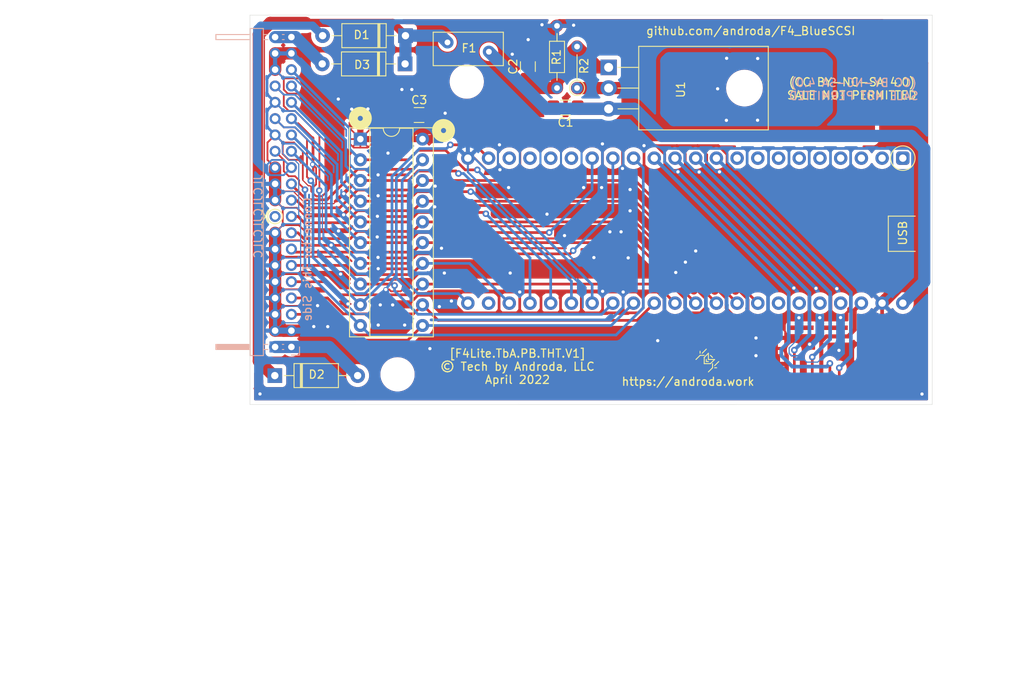
<source format=kicad_pcb>
(kicad_pcb (version 20211014) (generator pcbnew)
  (layers (0 "F.Cu" signal) (31 "B.Cu" signal) (34 "B.Paste" user) (35 "F.Paste" user) (36 "B.SilkS" user "B.Silkscreen") (37 "F.SilkS" user "F.Silkscreen") (38 "B.Mask" user) (39 "F.Mask" user) (44 "Edge.Cuts" user))
  (net 0 "")
  (net 1 "GND")
  (net 2 "VBUS")
  (net 3 "+5V")
  (net 4 "Net-(SD1-Pad1)")
  (net 5 "Net-(SD1-Pad8)")
  (net 6 "Net-(SD1-Pad9)")
  (net 7 "Net-(SD1-Pad13)")
  (net 8 "Net-(SD1-Pad12)")
  (net 9 "DB4")
  (net 10 "DB5")
  (net 11 "DB6")
  (net 12 "DB7")
  (net 13 "ATN")
  (net 14 "BSY")
  (net 15 "ACK")
  (net 16 "RST")
  (net 17 "MSG")
  (net 18 "SEL")
  (net 19 "C_D")
  (net 20 "REQ")
  (net 21 "I_O")
  (net 22 "DB0")
  (net 23 "DB1")
  (net 24 "SD_CD")
  (net 25 "SD_CLK")
  (net 26 "MISO")
  (net 27 "MOSI")
  (net 28 "DBParity")
  (net 29 "DB2")
  (net 30 "DB3")
  (net 31 "3v3")
  (net 32 "Net-(C2-Pad1)")
  (net 33 "Net-(D1-Pad2)")
  (net 34 "Net-(D2-Pad2)")
  (net 35 "Net-(D3-Pad2)")
  (net 36 "Net-(D1-Pad1)")
  (net 37 "Net-(U3-Pad41)")
  (net 38 "Net-(U3-Pad40)")
  (net 39 "Net-(U3-Pad39)")
  (net 40 "Net-(U3-Pad38)")
  (net 41 "Net-(U3-Pad24)")
  (net 42 "Net-(U3-Pad20)")
  (net 43 "Net-(U3-Pad19)")
  (net 44 "Net-(U3-Pad18)")
  (net 45 "Net-(U3-Pad17)")
  (net 46 "Net-(U3-Pad9)")
  (net 47 "Net-(U3-Pad8)")
  (net 48 "Net-(U3-Pad7)")
  (net 49 "Net-(U3-Pad6)")
  (net 50 "Net-(U3-Pad5)")
  (net 51 "Net-(U3-Pad4)")
  (net 52 "Net-(U3-Pad3)")
  (net 53 "Net-(U3-Pad2)")
  (net 54 "Net-(U3-Pad1)")
  (footprint "CustomFootprints:PowerBook_SCSI_40Pin_UpsideDown" (layer "F.Cu") (at 70.23202 100.89294 180)
    (fp_text reference "J2" hide)
    (fp_text value "PB_SCSI_HD_Pins" hide)
  )
  (footprint "CustomFootprints:microsd_molex_1051620001" (layer "F.Cu") (at 134.85368 102.20452)
    (fp_text reference "SD1" hide)
    (fp_text value "MicroSD-105162-0001")
  )
  (footprint "MountingHole:MountingHole_3.2mm_M3" (layer "F.Cu") (at 83.24596 104.25176)
    (fp_text reference "REF**" hide)
    (fp_text value "MountingHole_3.2mm_M3")
  )
  (footprint "MountingHole:MountingHole_3.2mm_M3" (layer "F.Cu") (at 91.73718 68.35394)
    (fp_text reference "REF**" hide)
    (fp_text value "MountingHole_3.2mm_M3")
  )
  (footprint "Capacitor_SMD:C_1206_3216Metric_Pad1.42x1.75mm_HandSolder" (layer "F.Cu") (at 103.852554 71.538633 180)
    (fp_text reference "C1")
    (fp_text value ">= 10uF")
  )
  (footprint "Capacitor_SMD:C_1206_3216Metric_Pad1.42x1.75mm_HandSolder" (layer "F.Cu") (at 99.233895 66.510373 90)
    (fp_text reference "C2")
    (fp_text value ">= 10uF")
  )
  (footprint "Capacitor_SMD:C_1206_3216Metric_Pad1.42x1.75mm_HandSolder" (layer "F.Cu") (at 85.88756 72.45096)
    (fp_text reference "C3")
    (fp_text value ">= 10uF")
  )
  (footprint "Diode_THT:D_A-405_P10.16mm_Horizontal" (layer "F.Cu") (at 68.19646 104.4067)
    (fp_text reference "D2")
    (fp_text value "D")
  )
  (footprint "Diode_THT:D_A-405_P10.16mm_Horizontal" (layer "F.Cu") (at 84.17306 66.1797 180)
    (fp_text reference "D3")
    (fp_text value "D")
  )
  (footprint "Resistor_THT:R_Axial_DIN0204_L3.6mm_D1.6mm_P7.62mm_Horizontal" (layer "F.Cu") (at 102.802594 69.135792 90)
    (fp_text reference "R1")
    (fp_text value "154")
  )
  (footprint "Resistor_THT:R_Axial_DIN0204_L3.6mm_D1.6mm_P5.08mm_Vertical" (layer "F.Cu") (at 105.261315 69.135793 90)
    (fp_text reference "R2")
    (fp_text value "120")
  )
  (footprint "Package_TO_SOT_THT:TO-220-3_Horizontal_TabDown" (layer "F.Cu") (at 109.134815 66.608493 -90)
    (fp_text reference "U1")
    (fp_text value "LD1117VCD-2.85")
  )
  (footprint "Package_DIP:DIP-20_W7.62mm_Socket" (layer "F.Cu") (at 78.6892 75.40244)
    (fp_text reference "U2" hide)
    (fp_text value "ActiveTerm_20DIP")
  )
  (footprint "Diode_THT:D_A-405_P10.16mm_Horizontal" (layer "F.Cu") (at 84.21878 62.72022 180)
    (fp_text reference "D1")
    (fp_text value "D")
  )
  (footprint "CustomFootprints:Fuse_BelFuse_0ZRE0005FF_L8.3mm_W3.8mm" (layer "F.Cu") (at 89.37244 63.54572)
    (fp_text reference "F1")
    (fp_text value "Fuse")
  )
  (footprint "CustomFootprints:F4Lite_Footprint" (layer "F.Cu") (at 147.7518 85.35924 -90)
    (fp_text reference "U3" hide)
    (fp_text value "F4Lite_Footprint")
  )
  (footprint "CustomFootprints:SpaceshipBug" (layer "F.Cu") (at 124.41682 102.17658 -90)
    (fp_text reference "REF**" hide)
    (fp_text value "SpaceshipBug" hide)
  )
  (gr_circle (center 88.8873 74.35342) (end 89.19718 74.39914) (layer "F.SilkS") (width 1.1) (fill none))
  (gr_circle (center 78.68158 72.8599) (end 78.99146 72.90562) (layer "F.SilkS") (width 1.1) (fill none))
  (gr_line (start 148.81352 107.94746) (end 148.81352 60.19546) (layer "Edge.Cuts") (width 0.05))
  (gr_line (start 148.81352 60.19546) (end 65.151 60.198) (layer "Edge.Cuts") (width 0.05))
  (gr_line (start 148.81352 107.94746) (end 65.151 107.95) (layer "Edge.Cuts") (width 0.05))
  (gr_line (start 65.151 60.198) (end 65.151 107.95) (layer "Edge.Cuts") (width 0.05))
  (gr_text "Connector This Side" (at 72.2 90.14 90) (layer "B.SilkS") (effects (font (size 1 1)) (justify mirror)))
  (gr_text "(CC BY-NC-SA 4.0)\nSALE NOT PERMITTED" (at 139.19 69.3) (layer "B.SilkS") (effects (font (size 1 1)) (justify mirror)))
  (gr_text "JLCJLCJLCJLC" (at 66.16954 84.85886 90) (layer "B.SilkS") (effects (font (size 1 1)) (justify mirror)))
  (gr_text "https://androda.work" (at 118.86946 105.1433) (layer "F.SilkS") (effects (font (size 1 1))))
  (gr_text "(CC BY-NC-SA 4.0)\nSALE NOT PERMITTED" (at 138.96 69.22) (layer "F.SilkS") (effects (font (size 1 1))))
  (gr_text "[F4Lite.TbA.PB.THT.V1]\n© Tech by Androda, LLC\nApril 2022" (at 97.96 103.3) (layer "F.SilkS") (effects (font (size 1 1))))
  (gr_text "github.com/androda/F4_BlueSCSI" (at 126.57 62.14) (layer "F.SilkS") (effects (font (size 1 1))))
  (segment (start 84.99856 69.32168) (end 83.77936 69.32168) (width 1) (layer "F.Cu") (net 1))
  (segment (start 97.06102 91.83116) (end 88.9889 91.83116) (width 0.33) (layer "F.Cu") (net 1))
  (segment (start 88.9889 91.83116) (end 85.870026 91.83116) (width 0.33) (layer "F.Cu") (net 1))
  (segment (start 106.06645 81.34745) (end 108.27371 81.34745) (width 1) (layer "F.Cu") (net 1))
  (segment (start 101.576361 84.608179) (end 99.033821 84.608179) (width 0.25) (layer "F.Cu") (net 1))
  (segment (start 103.72485 87.23743) (end 112.753298 87.23743) (width 1) (layer "F.Cu") (net 1))
  (segment (start 108.27371 81.34745) (end 112.036702 81.34745) (width 1) (layer "F.Cu") (net 1))
  (segment (start 110.83163 79.00289) (end 110.841801 78.992719) (width 0.33) (layer "F.Cu") (net 1))
  (segment (start 111.76508 91.83116) (end 97.06102 91.83116) (width 0.33) (layer "F.Cu") (net 1))
  (segment (start 110.91926 94.15526) (end 110.91926 94.15526) (width 0.33) (layer "F.Cu") (net 1))
  (segment (start 98.23196 94.15526) (end 95.70212 94.15526) (width 0.33) (layer "F.Cu") (net 1))
  (segment (start 118.550204 90.494336) (end 119.470468 91.4146) (width 1) (layer "F.Cu") (net 1))
  (segment (start 117.366038 91.759782) (end 119.57304 93.966785) (width 1) (layer "F.Cu") (net 1))
  (segment (start 119.812286 89.123034) (end 124.683491 93.994239) (width 1) (layer "F.Cu") (net 1))
  (segment (start 110.659401 86.772259) (end 112.378514 86.772259) (width 1) (layer "F.Cu") (net 1))
  (segment (start 109.287801 86.772259) (end 104.204279 86.772259) (width 0.25) (layer "F.Cu") (net 1))
  (segment (start 89.855819 95.264461) (end 91.300599 96.709241) (width 0.33) (layer "F.Cu") (net 1))
  (segment (start 95.74657 76.10221) (end 95.561801 76.286979) (width 0.25) (layer "F.Cu") (net 1))
  (segment (start 104.841508 61.437052) (end 102.881334 61.437052) (width 0.2) (layer "F.Cu") (net 1))
  (segment (start 75.1078 88.4047) (end 77.39126 88.4047) (width 0.22) (layer "F.Cu") (net 1))
  (segment (start 76.260739 91.957939) (end 77.38618 93.08338) (width 0.22) (layer "F.Cu") (net 1))
  (segment (start 77.16774 95.6183) (end 77.4954 95.6183) (width 0.22) (layer "F.Cu") (net 1))
  (segment (start 76.00442 86.66734) (end 77.10932 86.66734) (width 0.22) (layer "F.Cu") (net 1))
  (segment (start 76.63561 84.68487) (end 77.709219 83.611261) (width 0.22) (layer "F.Cu") (net 1))
  (segment (start 76.64577 82.09407) (end 77.74686 80.99298) (width 0.14) (layer "F.Cu") (net 1))
  (segment (start 108.37418 78.74762) (end 108.88726 79.2607) (width 0.33) (layer "F.Cu") (net 1))
  (segment (start 98.23196 94.15526) (end 98.23196 94.15526) (width 0.33) (layer "F.Cu") (net 1))
  (segment (start 123.541801 94.948039) (end 113.201941 84.608179) (width 0.33) (layer "F.Cu") (net 1))
  (segment (start 112.763001 96.709241) (end 110.223001 96.709241) (width 0.33) (layer "F.Cu") (net 1))
  (segment (start 112.00779 86.42745) (end 102.951461 86.42745) (width 1) (layer "F.Cu") (net 1))
  (segment (start 73.76668 72.41032) (end 81.929542 72.41032) (width 1) (layer "F.Cu") (net 1))
  (segment (start 95.64991 83.88745) (end 112.036702 83.88745) (width 1) (layer "F.Cu") (net 1))
  (segment (start 69.167021 83.827941) (end 69.167021 85.957939) (width 0.22) (layer "F.Cu") (net 1))
  (segment (start 136.401799 94.453721) (end 136.401799 96.617801) (width 0.33) (layer "F.Cu") (net 1))
  (segment (start 70.23202 98.89294) (end 71.92322 98.89294) (width 1.5) (layer "F.Cu") (net 1))
  (segment (start 68.23202 97.847534) (end 69.277426 98.89294) (width 1.5) (layer "F.Cu") (net 1))
  (segment (start 108.39704 96.52508) (end 108.212879 96.709241) (width 0.33) (layer "F.Cu") (net 1))
  (segment (start 69.167021 87.827941) (end 71.367127 87.827941) (width 0.22) (layer "F.Cu") (net 1))
  (segment (start 68.23202 86.89294) (end 69.167021 87.827941) (width 0.22) (layer "F.Cu") (net 1))
  (segment (start 112.218359 81.084597) (end 88.417223 81.084597) (width 0.33) (layer "F.Cu") (net 1))
  (segment (start 67.297019 75.827941) (end 67.297019 77.957939) (width 0.22) (layer "F.Cu") (net 1))
  (segment (start 100.841799 96.597459) (end 100.953581 96.709241) (width 0.33) (layer "F.Cu") (net 1))
  (segment (start 68.23202 98.89294) (end 70.23202 98.89294) (width 1.5) (layer "F.Cu") (net 1))
  (segment (start 129.63868 99.78452) (end 129.63868 98.80384) (width 0.2) (layer "F.Cu") (net 1))
  (segment (start 69.167021 85.957939) (end 68.23202 86.89294) (width 0.22) (layer "F.Cu") (net 1))
  (segment (start 133.701801 96.899719) (end 133.701801 94.430839) (width 0.33) (layer "F.Cu") (net 1))
  (segment (start 127.20574 99.79406) (end 126.241799 98.830119) (width 0.33) (layer "F.Cu") (net 1))
  (segment (start 100.953581 96.709241) (end 103.237041 96.709241) (width 0.33) (layer "F.Cu") (net 1))
  (segment (start 105.78592 96.677502) (end 105.817659 96.709241) (width 0.33) (layer "F.Cu") (net 1))
  (segment (start 123.6599 77.286138) (end 123.6599 79.1972) (width 0.33) (layer "F.Cu") (net 1))
  (segment (start 120.038842 76.20508) (end 121.161799 77.328037) (width 0.33) (layer "F.Cu") (net 1))
  (segment (start 73.40854 95.8596) (end 73.44156 95.82658) (width 0.22) (layer "F.Cu") (net 1))
  (segment (start 129.63868 99.78452) (end 129.63868 102.96952) (width 0.33) (layer "F.Cu") (net 1))
  (segment (start 100.841799 94.176861) (end 100.841799 96.597459) (width 0.33) (layer "F.Cu") (net 1))
  (segment (start 141.863612 61.515792) (end 109.574235 61.515792) (width 0.2) (layer "F.Cu") (net 1))
  (segment (start 69.167021 85.957939) (end 71.149739 85.957939) (width 0.22) (layer "F.Cu") (net 1))
  (segment (start 71.63054 80.447542) (end 71.63054 80.30972) (width 0.14) (layer "F.Cu") (net 1))
  (segment (start 113.201941 84.608179) (end 112.146212 83.55245) (width 0.33) (layer "F.Cu") (net 1))
  (segment (start 83.77936 70.560502) (end 83.77936 69.32168) (width 1) (layer "F.Cu") (net 1))
  (segment (start 73.44156 95.82658) (end 74.16038 95.82658) (width 0.33) (layer "F.Cu") (net 1))
  (segment (start 71.8693 84.80044) (end 76.52004 84.80044) (width 0.22) (layer "F.Cu") (net 1))
  (segment (start 110.91926 94.15526) (end 112.589022 94.15526) (width 0.33) (layer "F.Cu") (net 1))
  (segment (start 95.70212 94.15526) (end 90.03538 94.15526) (width 0.33) (layer "F.Cu") (net 1))
  (segment (start 79.679342 89.90838) (end 79.747922 89.97696) (width 0.33) (layer "F.Cu") (net 1))
  (segment (start 95.179061 84.608179) (end 95.179061 84.026059) (width 1) (layer "F.Cu") (net 1))
  (segment (start 72.66686 81.81086) (end 72.66686 81.28762) (width 0.22) (layer "F.Cu") (net 1))
  (segment (start 84.99856 69.32168) (end 84.99856 70.07446) (width 0.2) (layer "F.Cu") (net 1))
  (segment (start 89.148797 94.557439) (end 89.855819 95.264461) (width 0.33) (layer "F.Cu") (net 1))
  (segment (start 68.23202 80.89294) (end 69.127021 81.787941) (width 0.14) (layer "F.Cu") (net 1))
  (segment (start 119.563852 91.4146) (end 122.143491 93.994239) (width 1) (layer "F.Cu") (net 1))
  (segment (start 86.868401 94.347441) (end 86.658861 94.347441) (width 0.33) (layer "F.Cu") (net 1))
  (segment (start 69.167021 87.957939) (end 69.167021 87.827941) (width 0.22) (layer "F.Cu") (net 1))
  (segment (start 69.19868 95.8596) (end 69.26536 95.8596) (width 0.22) (layer "F.Cu") (net 1))
  (segment (start 97.81794 79.34198) (end 98.2853 78.87462) (width 0.25) (layer "F.Cu") (net 1))
  (segment (start 105.78592 94.15526) (end 103.16718 94.15526) (width 0.33) (layer "F.Cu") (net 1))
  (segment (start 102.365054 71.538633) (end 96.508475 71.538633) (width 1.5) (layer "F.Cu") (net 1))
  (segment (start 112.352599 86.772259) (end 112.00779 86.42745) (width 1) (layer "F.Cu") (net 1))
  (segment (start 103.237041 94.963279) (end 103.237041 96.709241) (width 0.33) (layer "F.Cu") (net 1))
  (segment (start 112.146212 83.55245) (end 88.96858 83.55245) (width 0.33) (layer "F.Cu") (net 1))
  (segment (start 113.203211 82.069449) (end 112.273571 82.069449) (width 0.25) (layer "F.Cu") (net 1))
  (segment (start 80.85328 89.90838) (end 79.679342 89.90838) (width 0.33) (layer "F.Cu") (net 1))
  (segment (start 68.23202 66.89294) (end 68.23202 64.89294) (width 1.5) (layer "F.Cu") (net 1))
  (segment (start 82.232584 93.85046) (end 82.454905 94.072781) (width 0.22) (layer "F.Cu") (net 1))
  (segment (start 130.3782 104.84104) (end 130.55346 104.66578) (width 0.2) (layer "F.Cu") (net 1))
  (segment (start 69.167021 75.827941) (end 69.167021 77.211743) (width 0.22) (layer "F.Cu") (net 1))
  (segment (start 79.732682 87.42172) (end 84.44992 87.42172) (width 0.33) (layer "F.Cu") (net 1))
  (segment (start 71.149739 85.957939) (end 71.85914 86.66734) (width 0.22) (layer "F.Cu") (net 1))
  (segment (start 68.23202 66.89294) (end 69.297019 67.957939) (width 0.22) (layer "F.Cu") (net 1))
  (segment (start 69.297019 67.957939) (end 71.346299 67.957939) (width 0.22) (layer "F.Cu") (net 1))
  (segment (start 69.783219 69.827941) (end 71.390979 69.827941) (width 0.22) (layer "F.Cu") (net 1))
  (segment (start 68.23202 92.89294) (end 69.167021 93.827941) (width 0.22) (layer "F.Cu") (net 1))
  (segment (start 140.76464 107.00728) (end 129.63868 107.00728) (width 0.45) (layer "F.Cu") (net 1))
  (segment (start 68.23202 92.89294) (end 69.167021 91.957939) (width 0.22) (layer "F.Cu") (net 1))
  (segment (start 80.488379 99.427441) (end 77.761241 99.427441) (width 0.33) (layer "F.Cu") (net 1))
  (segment (start 98.2853 78.87462) (end 98.2853 76.40574) (width 0.25) (layer "F.Cu") (net 1))
  (segment (start 97.621655 65.022873) (end 96.046195 66.598333) (width 1.5) (layer "F.Cu") (net 1))
  (segment (start 133.28904 97.31248) (end 133.701801 96.899719) (width 0.33) (layer "F.Cu") (net 1))
  (segment (start 71.63054 80.30972) (end 71.63054 76.907658) (width 0.22) (layer "F.Cu") (net 1))
  (segment (start 129.91084 104.84104) (end 130.3782 104.84104) (width 0.2) (layer "F.Cu") (net 1))
  (segment (start 74.200435 93.827941) (end 75.990794 95.6183) (width 0.22) (layer "F.Cu") (net 1))
  (segment (start 95.8596 75.98918) (end 95.74657 76.10221) (width 0.25) (layer "F.Cu") (net 1))
  (segment (start 81.80832 93.85046) (end 82.232584 93.85046) (width 0.22) (layer "F.Cu") (net 1))
  (segment (start 129.63868 99.78452) (end 130.83094 99.78452) (width 0.2) (layer "F.Cu") (net 1))
  (segment (start 68.23202 96.89294) (end 68.23202 97.847534) (width 1.5) (layer "F.Cu") (net 1))
  (segment (start 85.749999 94.557439) (end 89.148797 94.557439) (width 0.33) (layer "F.Cu") (net 1))
  (segment (start 103.16718 94.15526) (end 100.8634 94.15526) (width 0.33) (layer "F.Cu") (net 1))
  (segment (start 68.23202 78.89294) (end 68.23202 82.89294) (width 1.5) (layer "F.Cu") (net 1))
  (segment (start 82.117502 72.22236) (end 81.929542 72.41032) (width 1) (layer "F.Cu") (net 1))
  (segment (start 112.664047 84.608179) (end 118.550204 90.494336) (width 1) (layer "F.Cu") (net 1))
  (segment (start 110.841801 78.992719) (end 110.841801 76.069201) (width 0.33) (layer "F.Cu") (net 1))
  (segment (start 108.37418 75.98918) (end 95.8596 75.98918) (width 0.25) (layer "F.Cu") (net 1))
  (segment (start 68.23202 90.89294) (end 69.167021 89.957939) (width 0.22) (layer "F.Cu") (net 1))
  (segment (start 69.167021 89.827941) (end 77.066981 89.827941) (width 0.22) (layer "F.Cu") (net 1))
  (segment (start 112.036702 81.34745) (end 119.812286 89.123034) (width 1) (layer "F.Cu") (net 1))
  (segment (start 138.29284 93.74378) (end 138.781801 94.232741) (width 0.33) (layer "F.Cu") (net 1))
  (segment (start 111.47185 82.15743) (end 93.33597 82.15743) (width 1) (layer "F.Cu") (net 1))
  (segment (start 72.308299 81.125301) (end 71.63054 80.447542) (width 0.14) (layer "F.Cu") (net 1))
  (segment (start 133.01368 105.77452) (end 133.01368 100.08004) (width 0.33) (layer "F.Cu") (net 1))
  (segment (start 143.07566 61.59754) (end 143.07566 61.63564) (width 1.5) (layer "F.Cu") (net 1))
  (segment (start 118.461801 96.090441) (end 118.461801 94.948039) (width 0.33) (layer "F.Cu") (net 1))
  (segment (start 83.628405 94.072781) (end 85.103407 92.597779) (width 0.22) (layer "F.Cu") (net 1))
  (segment (start 109.574235 61.515792) (end 109.495495 61.437052) (width 0.2) (layer "F.Cu") (net 1))
  (segment (start 87.96105 83.55245) (end 87.80526 83.70824) (width 0.25) (layer "F.Cu") (net 1))
  (segment (start 69.277426 98.89294) (end 70.23202 98.89294) (width 1.5) (layer "F.Cu") (net 1))
  (segment (start 103.122166 61.19622) (end 142.63624 61.19622) (width 1) (layer "F.Cu") (net 1))
  (segment (start 113.203211 82.069449) (end 112.218359 81.084597) (width 0.33) (layer "F.Cu") (net 1))
  (segment (start 74.16038 95.82658) (end 77.761241 99.427441) (width 0.33) (layer "F.Cu") (net 1))
  (segment (start 79.747922 89.97696) (end 84.43468 89.97696) (width 0.33) (layer "F.Cu") (net 1))
  (segment (start 69.167021 83.827941) (end 70.896801 83.827941) (width 0.22) (layer "F.Cu") (net 1))
  (segment (start 120.038842 76.20508) (end 122.578842 76.20508) (width 0.33) (layer "F.Cu") (net 1))
  (segment (start 132.70992 107.15752) (end 133.01368 106.85376) (width 0.33) (layer "F.Cu") (net 1))
  (segment (start 122.578842 76.20508) (end 123.6599 77.286138) (width 0.33) (layer "F.Cu") (net 1))
  (segment (start 79.719982 84.86902) (end 79.750462 84.8995) (width 0.33) (layer "F.Cu") (net 1))
  (segment (start 127.2032 101.96322) (end 124.33458 101.96322) (width 0.33) (layer "F.Cu") (net 1))
  (segment (start 69.297019 91.957939) (end 76.260739 91.957939) (width 0.22) (layer "F.Cu") (net 1))
  (segment (start 77.912141 99.362441) (end 81.272199 99.362441) (width 0.2) (layer "F.Cu") (net 1))
  (segment (start 68.23202 74.89294) (end 67.297019 75.827941) (width 0.22) (layer "F.Cu") (net 1))
  (segment (start 77.10932 86.66734) (end 77.69098 86.08568) (width 0.22) (layer "F.Cu") (net 1))
  (segment (start 131.26466 94.25178) (end 131.26466 96.75114) (width 0.33) (layer "F.Cu") (net 1))
  (segment (start 110.91926 94.15526) (end 105.78592 94.15526) (width 0.33) (layer "F.Cu") (net 1))
  (segment (start 68.23202 88.89294) (end 69.167021 87.957939) (width 0.22) (layer "F.Cu") (net 1))
  (segment (start 100.8634 94.15526) (end 100.841799 94.176861) (width 0.33) (layer "F.Cu") (net 1))
  (segment (start 142.6718 95.51924) (end 147.56384 90.6272) (width 1.5) (layer "F.Cu") (net 1))
  (segment (start 68.23202 88.89294) (end 69.167021 89.827941) (width 0.22) (layer "F.Cu") (net 1))
  (segment (start 127.20574 99.79406) (end 123.541801 96.130121) (width 0.33) (layer "F.Cu") (net 1))
  (segment (start 121.001801 96.090441) (end 121.001801 94.948039) (width 0.33) (layer "F.Cu") (net 1))
  (segment (start 114.958842 76.20508) (end 116.01704 77.263278) (width 0.33) (layer "F.Cu") (net 1))
  (segment (start 102.802594 61.515792) (end 103.122166 61.19622) (width 1) (layer "F.Cu") (net 1))
  (segment (start 82.515539 92.597779) (end 82.460888 92.65243) (width 0.33) (layer "F.Cu") (net 1))
  (segment (start 104.204279 86.772259) (end 110.659401 86.772259) (width 1) (layer "F.Cu") (net 1))
  (segment (start 113.726451 87.672689) (end 112.658227 87.672689) (width 0.25) (layer "F.Cu") (net 1))
  (segment (start 129.63868 99.35248) (end 129.63868 99.78452) (width 0.33) (layer "F.Cu") (net 1))
  (segment (start 113.381801 96.090441) (end 112.763001 96.709241) (width 0.33) (layer "F.Cu") (net 1))
  (segment (start 80.86344 79.78902) (end 84.528872 79.78902) (width 0.33) (layer "F.Cu") (net 1))
  (segment (start 129.63868 98.80384) (end 129.80289 98.63963) (width 0.2) (layer "F.Cu") (net 1))
  (segment (start 68.23202 90.89294) (end 69.297019 91.957939) (width 0.22) (layer "F.Cu") (net 1))
  (segment (start 102.951461 87.23743) (end 103.72485 87.23743) (width 1) (layer "F.Cu") (net 1))
  (segment (start 71.366459 70.363001) (end 71.366459 70.487619) (width 0.22) (layer "F.Cu") (net 1))
  (segment (start 137.11174 93.74378) (end 136.66724 94.18828) (width 0.33) (layer "F.Cu") (net 1))
  (segment (start 95.70212 94.15526) (end 95.70212 96.64954) (width 0.33) (layer "F.Cu") (net 1))
  (segment (start 69.286066 64.8843) (end 71.52132 64.8843) (width 1.5) (layer "F.Cu") (net 1))
  (segment (start 69.167021 89.957939) (end 69.167021 89.827941) (width 0.22) (layer "F.Cu") (net 1))
  (segment (start 69.902798 77.94752) (end 71.49592 77.94752) (width 0.22) (layer "F.Cu") (net 1))
  (segment (start 113.4745 76.20508) (end 113.4745 78.79588) (width 0.33) (layer "F.Cu") (net 1))
  (segment (start 117.498842 76.20508) (end 120.038842 76.20508) (width 0.33) (layer "F.Cu") (net 1))
  (segment (start 138.781801 95.999484) (end 138.56716 96.214125) (width 0.33) (layer "F.Cu") (net 1))
  (segment (start 78.77048 107.15498) (end 78.46568 107.15498) (width 0.33) (layer "F.Cu") (net 1))
  (segment (start 136.66724 94.18828) (end 136.401799 94.453721) (width 0.33) (layer "F.Cu") (net 1))
  (segment (start 102.881334 61.437052) (end 102.802594 61.515792) (width 0.2) (layer "F.Cu") (net 1))
  (segment (start 124.33458 101.96322) (end 118.461801 96.090441) (width 0.33) (layer "F.Cu") (net 1))
  (segment (start 126.241799 98.830119) (end 126.241799 95.108037) (width 0.33) (layer "F.Cu") (net 1))
  (segment (start 71.63054 76.907658) (end 70.550823 75.827941) (width 0.22) (layer "F.Cu") (net 1))
  (segment (start 68.23202 96.89294) (end 69.26536 95.8596) (width 0.22) (layer "F.Cu") (net 1))
  (segment (start 72.826111 78.509629) (end 72.826111 75.213711) (width 0.22) (layer "F.Cu") (net 1))
  (segment (start 110.57382 79.2607) (end 110.83163 79.00289) (width 0.33) (layer "F.Cu") (net 1))
  (segment (start 71.9709 83.31454) (end 75.4253 83.31454) (width 0.14) (layer "F.Cu") (net 1))
  (segment (start 108.39704 94.0689) (end 108.39704 96.52508) (width 0.33) (layer "F.Cu") (net 1))
  (segment (start 95.511301 84.026059) (end 95.64991 83.88745) (width 1) (layer "F.Cu") (net 1))
  (segment (start 112.573459 87.587921) (end 88.217841 87.587921) (width 0.25) (layer "F.Cu") (net 1))
  (segment (start 93.33597 82.15743) (end 93.315339 82.136799) (width 1) (layer "F.Cu") (net 1))
  (segment (start 91.300599 96.709241) (end 95.761821 96.709241) (width 0.33) (layer "F.Cu") (net 1))
  (segment (start 118.461801 94.948039) (end 115.344922 91.83116) (width 0.33) (layer "F.Cu") (net 1))
  (segment (start 102.740976 61.515792) (end 99.233895 65.022873) (width 1.5) (layer "F.Cu") (net 1))
  (segment (start 138.781801 94.232741) (end 138.781801 95.999484) (width 0.33) (layer "F.Cu") (net 1))
  (segment (start 73.272721 82.416721) (end 72.66686 81.81086) (width 0.22) (layer "F.Cu") (net 1))
  (segment (start 75.990794 95.6183) (end 77.16774 95.6183) (width 0.22) (layer "F.Cu") (net 1))
  (segment (start 80.86344 82.34934) (end 79.740302 82.34934) (width 0.33) (layer "F.Cu") (net 1))
  (segment (start 118.5291 77.235338) (end 118.5291 78.74762) (width 0.33) (layer "F.Cu") (net 1))
  (segment (start 68.23202 66.89294) (end 68.23202 65.938346) (width 1.5) (layer "F.Cu") (net 1))
  (segment (start 73.265901 78.949419) (end 73.265901 80.947659) (width 0.22) (layer "F.Cu") (net 1))
  (segment (start 121.161799 77.328037) (end 121.161799 79.053679) (width 0.33) (layer "F.Cu") (net 1))
  (segment (start 147.56384 66.08572) (end 143.07566 61.59754) (width 1.5) (layer "F.Cu") (net 1))
  (segment (start 115.344922 91.83116) (end 111.76508 91.83116) (width 0.33) (layer "F.Cu") (net 1))
  (segment (start 73.18988 71.83352) (end 71.987001 70.630641) (width 0.22) (layer "F.Cu") (net 1))
  (segment (start 137.11174 93.74378) (end 138.29284 93.74378) (width 0.33) (layer "F.Cu") (net 1))
  (segment (start 103.16718 94.893418) (end 103.237041 94.963279) (width 0.33) (layer "F.Cu") (net 1))
  (segment (start 112.273571 82.069449) (end 100.754671 82.069449) (width 0.25) (layer "F.Cu") (net 1))
  (segment (start 99.033821 84.608179) (end 112.664047 84.608179) (width 1) (layer "F.Cu") (net 1))
  (segment (start 72.66686 81.27746) (end 72.514701 81.125301) (width 0.14) (layer "F.Cu") (net 1))
  (segment (start 96.09836 79.34198) (end 97.81794 79.34198) (width 0.25) (layer "F.Cu") (net 1))
  (segment (start 70.896801 83.827941) (end 71.8693 84.80044) (width 0.22) (layer "F.Cu") (net 1))
  (segment (start 68.23202 65.938346) (end 69.286066 64.8843) (width 1.5) (layer "F.Cu") (net 1))
  (segment (start 142.6718 105.10012) (end 140.76464 107.00728) (width 0.45) (layer "F.Cu") (net 1))
  (segment (start 68.23202 94.89294) (end 69.167021 93.957939) (width 0.22) (layer "F.Cu") (net 1))
  (segment (start 76.18244 71.83352) (end 72.55532 71.83352) (width 0.22) (layer "F.Cu") (net 1))
  (segment (start 82.460888 92.65243) (end 80.23352 92.65243) (width 0.33) (layer "F.Cu") (net 1))
  (segment (start 69.127021 81.787941) (end 70.444301 81.787941) (width 0.14) (layer "F.Cu") (net 1))
  (segment (start 80.86344 82.34934) (end 84.385732 82.34934) (width 0.33) (layer "F.Cu") (net 1))
  (segment (start 70.444301 81.787941) (end 71.9709 83.31454) (width 0.14) (layer "F.Cu") (net 1))
  (segment (start 69.26536 95.8596) (end 73.40854 95.8596) (width 0.22) (layer "F.Cu") (net 1))
  (segment (start 79.750462 84.8995) (end 84.498392 84.8995) (width 0.33) (layer "F.Cu") (net 1))
  (segment (start 102.740976 61.515791) (end 99.233894 65.022873) (width 1) (layer "F.Cu") (net 1))
  (segment (start 102.802594 61.515792) (end 102.740976 61.515792) (width 1.5) (layer "F.Cu") (net 1))
  (segment (start 100.8634 94.15526) (end 98.23196 94.15526) (width 0.33) (layer "F.Cu") (net 1))
  (segment (start 131.84632 93.67012) (end 131.26466 94.25178) (width 0.33) (layer "F.Cu") (net 1))
  (segment (start 109.495494 61.437052) (end 104.841508 61.437052) (width 0.2) (layer "F.Cu") (net 1))
  (segment (start 86.658861 94.347441) (end 85.893745 94.347441) (width 0.33) (layer "F.Cu") (net 1))
  (segment (start 81.272199 99.362441) (end 82.83956 97.79508) (width 0.2) (layer "F.Cu") (net 1))
  (segment (start 79.760622 91.29522) (end 79.780942 91.31554) (width 0.33) (layer "F.Cu") (net 1))
  (segment (start 142.63624 61.19622) (end 143.07566 61.63564) (width 1) (layer "F.Cu") (net 1))
  (segment (start 77.066981 89.827941) (end 77.61478 90.37574) (width 0.22) (layer "F.Cu") (net 1))
  (segment (start 110.91926 94.15526) (end 110.91926 96.51492) (width 0.33) (layer "F.Cu") (net 1))
  (segment (start 99.233895 65.022873) (end 97.621655 65.022873) (width 1.5) (layer "F.Cu") (net 1))
  (segment (start 69.167021 91.957939) (end 69.297019 91.957939) (width 0.22) (layer "F.Cu") (net 1))
  (segment (start 119.240599 96.709241) (end 120.383001 96.709241) (width 0.33) (layer "F.Cu") (net 1))
  (segment (start 112.826021 86.772259) (end 112.146212 86.09245) (width 0.33) (layer "F.Cu") (net 1))
  (segment (start 111.559831 82.069449) (end 111.47185 82.15743) (width 1) (layer "F.Cu") (net 1))
  (segment (start 69.167021 93.827941) (end 74.200435 93.827941) (width 0.22) (layer "F.Cu") (net 1))
  (segment (start 108.37418 75.98918) (end 108.37418 78.74762) (width 0.33) (layer "F.Cu") (net 1))
  (segment (start 70.550823 75.827941) (end 69.167021 75.827941) (width 0.22) (layer "F.Cu") (net 1))
  (segment (start 95.179061 84.026059) (end 95.511301 84.026059) (width 1) (layer "F.Cu") (net 1))
  (segment (start 95.179061 84.026059) (end 95.040452 83.88745) (width 1) (layer "F.Cu") (net 1))
  (segment (start 112.378514 86.772259) (end 117.366038 91.759782) (width 1) (layer "F.Cu") (net 1))
  (segment (start 132.71816 99.78452) (end 130.83094 99.78452) (width 0.33) (layer "F.Cu") (net 1))
  (segment (start 102.951461 86.42745) (end 102.951461 87.23743) (width 1) (layer "F.Cu") (net 1))
  (segment (start 112.146212 86.09245) (end 87.88485 86.09245) (width 0.25) (layer "F.Cu") (net 1))
  (segment (start 138.56716 96.214125) (end 138.56716 96.47936) (width 0.33) (layer "F.Cu") (net 1))
  (segment (start 138.56716 96.47936) (end 138.21664 96.82988) (width 0.33) (layer "F.Cu") (net 1))
  (segment (start 68.23202 64.89294) (end 70.23202 64.89294) (width 1.5) (layer "F.Cu") (net 1))
  (segment (start 112.589022 94.15526) (end 115.129022 94.15526) (width 0.33) (layer "F.Cu") (net 1))
  (segment (start 69.167021 93.957939) (end 69.167021 93.827941) (width 0.22) (layer "F.Cu") (net 1))
  (segment (start 73.265901 80.947659) (end 72.92594 81.28762) (width 0.22) (layer "F.Cu") (net 1))
  (segment (start 87.947323 81.084597) (end 87.86114 81.17078) (width 0.25) (layer "F.Cu") (net 1))
  (segment (start 81.929542 72.41032) (end 83.77936 70.560502) (width 1) (layer "F.Cu") (net 1))
  (segment (start 87.060582 94.15526) (end 86.868401 94.347441) (width 0.33) (layer "F.Cu") (net 1))
  (segment (start 71.366459 70.363001) (end 71.719361 70.363001) (width 0.22) (layer "F.Cu") (net 1))
  (segment (start 85.870026 91.83116) (end 85.103407 92.597779) (width 0.33) (layer "F.Cu") (net 1))
  (segment (start 119.470468 91.4146) (end 119.563852 91.4146) (width 1) (layer "F.Cu") (net 1))
  (segment (start 90.03538 94.15526) (end 87.060582 94.15526) (width 0.33) (layer "F.Cu") (net 1))
  (segment (start 80.88122 98.2091) (end 80.88122 99.0346) (width 0.33) (layer "F.Cu") (net 1))
  (segment (start 85.103407 92.597779) (end 82.515539 92.597779) (width 0.33) (layer "F.Cu") (net 1))
  (segment (start 69.167021 75.827941) (end 68.23202 74.89294) (width 0.22) (layer "F.Cu") (net 1))
  (segment (start 115.921801 94.948039) (end 115.921801 96.617779) (width 0.33) (layer "F.Cu") (net 1))
  (segment (start 117.498842 76.20508) (end 118.5291 77.235338) (width 0.33) (layer "F.Cu") (net 1))
  (segment (start 69.167021 77.211743) (end 69.902798 77.94752) (width 0.22) (layer "F.Cu") (net 1))
  (segment (start 95.561801 78.805421) (end 96.09836 79.34198) (width 0.25) (layer "F.Cu") (net 1))
  (segment (start 147.56384 90.6272) (end 147.56384 66.08572) (width 1.5) (layer "F.Cu") (net 1))
  (segment (start 80.88122 99.0346) (end 80.488379 99.427441) (width 0.33) (layer "F.Cu") (net 1))
  (segment (start 112.589022 94.15526) (end 113.381801 94.948039) (width 0.33) (layer "F.Cu") (net 1))
  (segment (start 129.99466 98.44786) (end 130.23342 98.44786) (width 0.2) (layer "F.Cu") (net 1))
  (segment (start 68.23202 94.89294) (end 69.19868 95.8596) (width 0.22) (layer "F.Cu") (net 1))
  (segment (start 92.709798 77.73924) (end 94.147438 79.17688) (width 0.25) (layer "F.Cu") (net 1))
  (segment (start 72.66686 81.28762) (end 72.66686 81.27746) (width 0.14) (layer "F.Cu") (net 1))
  (segment (start 129.80289 98.63963) (end 129.99466 98.44786) (width 0.2) (layer "F.Cu") (net 1))
  (segment (start 68.23202 86.89294) (end 68.23202 98.89294) (width 1.5) (layer "F.Cu") (net 1))
  (segment (start 71.987001 70.630641) (end 73.76668 72.41032) (width 1) (layer "F.Cu") (net 1))
  (segment (start 95.761821 96.709241) (end 100.953581 96.709241) (width 0.33) (layer "F.Cu") (net 1))
  (segment (start 123.541801 96.130121) (end 123.541801 94.948039) (width 0.33) (layer "F.Cu") (net 1))
  (segment (start 88.63838 88.78824) (end 103.87584 88.78824) (width 0.25) (layer "F.Cu") (net 1))
  (segment (start 71.943886 88.4047) (end 75.1078 88.4047) (width 0.22) (layer "F.Cu") (net 1))
  (segment (start 105.817659 96.709241) (end 108.212879 96.709241) (width 0.33) (layer "F.Cu") (net 1))
  (segment (start 67.297019 77.957939) (end 68.23202 78.89294) (width 0.22) (layer "F.Cu") (net 1))
  (segment (start 73.311579 82.416721) (end 73.993181 82.416721) (width 0.22) (layer "F.Cu") (net 1))
  (segment (start 108.59008 76.20508) (end 108.37418 75.98918) (width 0.33) (layer "F.Cu") (net 1))
  (segment (start 71.366459 70.487619) (end 71.48068 70.60184) (width 0.22) (layer "F.Cu") (net 1))
  (segment (start 108.88726 79.2607) (end 110.57382 79.2607) (width 0.33) (layer "F.Cu") (net 1))
  (segment (start 120.383001 96.709241) (end 121.001801 96.090441) (width 0.33) (layer "F.Cu") (net 1))
  (segment (start 102.365054 71.538632) (end 96.508475 71.538633) (width 1) (layer "F.Cu") (net 1))
  (segment (start 142.6718 95.51924) (end 142.6718 105.10012) (width 0.45) (layer "F.Cu") (net 1))
  (segment (start 121.001801 94.948039) (end 113.726451 87.672689) (width 0.33) (layer "F.Cu") (net 1))
  (segment (start 82.454905 94.072781) (end 83.628405 94.072781) (width 0.22) (layer "F.Cu") (net 1))
  (segment (start 129.63868 102.96952) (end 129.63868 107.00728) (width 0.33) (layer "F.Cu") (net 1))
  (segment (start 116.01704 77.263278) (end 116.01704 78.96606) (width 0.33) (layer "F.Cu") (net 1))
  (segment (start 113.726451 87.672689) (end 112.826021 86.772259) (width 0.33) (layer "F.Cu") (net 1))
  (segment (start 66.37782 106.65714) (end 65.70726 105.98658) (width 0.25) (layer "F.Cu") (net 1))
  (segment (start 95.561801 76.286979) (end 95.561801 78.805421) (width 0.25) (layer "F.Cu") (net 1))
  (segment (start 129.63868 102.96952) (end 129.63868 104.56888) (width 0.2) (layer "F.Cu") (net 1))
  (segment (start 72.514701 81.125301) (end 72.308299 81.125301) (width 0.14) (layer "F.Cu") (net 1))
  (segment (start 79.780942 91.31554) (end 84.886554 91.31554) (width 0.33) (layer "F.Cu") (net 1))
  (segment (start 73.257859 82.363001) (end 73.311579 82.416721) (width 0.22) (layer "F.Cu") (net 1))
  (segment (start 93.315339 82.136799) (end 93.315339 81.34745) (width 1) (layer "F.Cu") (net 1))
  (segment (start 80.86344 79.78902) (end 79.719982 79.78902) (width 0.33) (layer "F.Cu") (net 1))
  (segment (start 99.033821 84.608179) (end 95.179061 84.608179) (width 1) (layer "F.Cu") (net 1))
  (segment (start 103.237041 96.709241) (end 105.817659 96.709241) (width 0.33) (layer "F.Cu") (net 1))
  (segment (start 112.273571 82.069449) (end 111.559831 82.069449) (width 1) (layer "F.Cu") (net 1))
  (segment (start 91.8718 77.73924) (end 92.709798 77.73924) (width 0.25) (layer "F.Cu") (net 1))
  (segment (start 122.325418 99.79406) (end 119.240599 96.709241) (width 0.33) (layer "F.Cu") (net 1))
  (segment (start 96.046195 66.598333) (end 96.046195 71.076353) (width 1.5) (layer "F.Cu") (net 1))
  (segment (start 75.4253 83.31454) (end 76.64577 82.09407) (width 0.14) (layer "F.Cu") (net 1))
  (segment (start 103.16718 94.15526) (end 103.16718 94.893418) (width 0.33) (layer "F.Cu") (net 1))
  (segment (start 86.658861 94.347441) (end 89.045639 94.347441) (width 0.33) (layer "F.Cu") (net 1))
  (segment (start 98.23196 94.15526) (end 98.23196 96.49206) (width 0.33) (layer "F.Cu") (net 1))
  (segment (start 113.4745 76.20508) (end 114.958842 76.20508) (width 0.33) (layer "F.Cu") (net 1))
  (segment (start 85.893745 94.347441) (end 85.765763 94.475423) (width 0.33) (layer "F.Cu") (net 1))
  (segment (start 69.297019 69.341741) (end 69.783219 69.827941) (width 0.22) (layer "F.Cu") (net 1))
  (segment (start 72.826111 75.213711) (end 71.060581 73.448181) (width 0.22) (layer "F.Cu") (net 1))
  (segment (start 71.719361 70.363001) (end 71.987001 70.630641) (width 0.22) (layer "F.Cu") (net 1))
  (segment (start 80.75676 87.39886) (end 79.709822 87.39886) (width 0.33) (layer "F.Cu") (net 1))
  (segment (start 88.417223 81.084597) (end 87.947323 81.084597) (width 0.25) (layer "F.Cu") (net 1))
  (segment (start 142.83744 62.48962) (end 141.863612 61.515792) (width 0.25) (layer "F.Cu") (net 1))
  (segment (start 93.315339 81.34745) (end 96.86657 81.34745) (width 1) (layer "F.Cu") (net 1))
  (segment (start 81.13014 95.73514) (end 84.572298 95.73514) (width 0.33) (layer "F.Cu") (net 1))
  (segment (start 76.52004 84.80044) (end 76.63561 84.68487) (width 0.22) (layer "F.Cu") (net 1))
  (segment (start 75.743678 107.15498) (end 78.77048 107.15498) (width 0.25) (layer "F.Cu") (net 1))
  (segment (start 73.993181 82.416721) (end 73.272721 82.416721) (width 0.22) (layer "F.Cu") (net 1))
  (segment (start 115.129022 94.15526) (end 115.921801 94.948039) (width 0.33) (layer "F.Cu") (net 1))
  (segment (start 71.85914 86.66734) (end 76.00442 86.66734) (width 0.22) (layer "F.Cu") (net 1))
  (segment (start 133.01368 100.08004) (end 132.71816 99.78452) (width 0.33) (layer "F.Cu") (net 1))
  (segment (start 108.212879 96.709241) (end 110.223001 96.709241) (width 0.33) (layer "F.Cu") (net 1))
  (segment (start 130.23342 98.44786) (end 130.80746 99.0219) (width 0.2) (layer "F.Cu") (net 1))
  (segment (start 105.78592 94.15526) (end 105.78592 96.677502) (width 0.33) (layer "F.Cu") (net 1))
  (segment (start 129.63868 104.56888) (end 129.91084 104.84104) (width 0.2) (layer "F.Cu") (net 1))
  (segment (start 76.260739 91.957939) (end 76.260739 91.957939) (width 0.22) (layer "F.Cu") (net 1))
  (segment (start 112.826021 86.772259) (end 109.287801 86.772259) (width 0.25) (layer "F.Cu") (net 1))
  (segment (start 133.01368 106.85376) (end 133.01368 105.77452) (width 0.33) (layer "F.Cu") (net 1))
  (segment (start 132.47116 97.31248) (end 133.28904 97.31248) (width 0.33) (layer "F.Cu") (net 1))
  (segment (start 80.77962 84.86902) (end 79.719982 84.86902) (width 0.33) (layer "F.Cu") (net 1))
  (segment (start 127.20574 99.79406) (end 122.325418 99.79406) (width 0.33) (layer "F.Cu") (net 1))
  (segment (start 126.241799 95.108037) (end 113.203211 82.069449) (width 0.33) (layer "F.Cu") (net 1))
  (segment (start 72.66686 81.28762) (end 72.92594 81.28762) (width 0.14) (layer "F.Cu") (net 1))
  (segment (start 112.378514 86.772259) (end 112.352599 86.772259) (width 1) (layer "F.Cu") (net 1))
  (segment (start 95.70212 96.64954) (end 95.761821 96.709241) (width 0.33) (layer "F.Cu") (net 1))
  (segment (start 113.4745 76.20508) (end 117.498842 76.20508) (width 0.33) (layer "F.Cu") (net 1))
  (segment (start 113.381801 94.948039) (end 113.381801 96.090441) (width 0.33) (layer "F.Cu") (net 1))
  (segment (start 130.80746 99.0219) (end 130.80746 99.29114) (width 0.2) (layer "F.Cu") (net 1))
  (segment (start 113.4745 76.20508) (end 108.59008 76.20508) (width 0.33) (layer "F.Cu") (net 1))
  (segment (start 71.367127 87.827941) (end 71.943886 88.4047) (width 0.22) (layer "F.Cu") (net 1))
  (segment (start 96.508475 71.538633) (end 96.046195 71.076353) (width 1.5) (layer "F.Cu") (net 1))
  (segment (start 69.297019 67.957939) (end 69.297019 69.341741) (width 0.22) (layer "F.Cu") (net 1))
  (segment (start 73.993181 82.416721) (end 74.74458 81.665322) (width 0.22) (layer "F.Cu") (net 1))
  (segment (start 80.87614 91.29522) (end 79.760622 91.29522) (width 0.33) (layer "F.Cu") (net 1))
  (segment (start 113.201941 84.608179) (end 101.576361 84.608179) (width 0.25) (layer "F.Cu") (net 1))
  (segment (start 74.74458 81.665322) (end 74.74458 81.47304) (width 0.22) (layer "F.Cu") (net 1))
  (segment (start 84.572298 95.73514) (end 85.749999 94.557439) (width 0.33) (layer "F.Cu") (net 1))
  (segment (start 72.826111 78.509629) (end 73.265901 78.949419) (width 0.22) (layer "F.Cu") (net 1))
  (segment (start 97.621655 65.022873) (end 99.233894 65.022873) (width 1) (layer "F.Cu") (net 1))
  (segment (start 88.96858 83.55245) (end 87.96105 83.55245) (width 0.25) (layer "F.Cu") (net 1))
  (segment (start 79.709822 87.39886) (end 79.732682 87.42172) (width 0.33) (layer "F.Cu") (net 1))
  (segment (start 112.658227 87.672689) (end 112.573459 87.587921) (width 0.25) (layer "F.Cu") (net 1))
  (segment (start 68.23202 82.89294) (end 69.167021 83.827941) (width 0.22) (layer "F.Cu") (net 1))
  (via (at 81.80832 93.85046) (size 0.6) (drill 0.4) (layers "F.Cu" "B.Cu") (net 1))
  (via (at 117.366038 91.759782) (size 0.6) (drill 0.4) (layers "F.Cu" "B.Cu") (net 1))
  (via (at 81.13014 95.73514) (size 0.6) (drill 0.4) (layers "F.Cu" "B.Cu") (net 1))
  (via (at 87.21598 101.09962) (size 0.6) (drill 0.4) (layers "F.Cu" "B.Cu") (net 1))
  (via (at 89.855819 95.264461) (size 0.6) (drill 0.4) (layers "F.Cu" "B.Cu") (net 1))
  (via (at 135.02894 97.30232) (size 0.8) (drill 0.4) (layers "F.Cu" "B.Cu") (net 1))
  (via (at 87.80526 83.70824) (size 0.6) (drill 0.4) (layers "F.Cu" "B.Cu") (net 1))
  (via (at 76.63561 84.68487) (size 0.6) (drill 0.4) (layers "F.Cu" "B.Cu") (net 1))
  (via (at 109.287801 86.772259) (size 0.6) (drill 0.4) (layers "F.Cu" "B.Cu") (net 1))
  (via (at 110.83163 79.00289) (size 0.6) (drill 0.4) (layers "F.Cu" "B.Cu") (net 1))
  (via (at 84.99856 69.32168) (size 0.8) (drill 0.4) (layers "F.Cu" "B.Cu") (net 1))
  (via (at 80.85328 89.90838) (size 0.6) (drill 0.4) (layers "F.Cu" "B.Cu") (net 1))
  (via (at 99.26828 63.2079) (size 0.6) (drill 0.4) (layers "F.Cu" "B.Cu") (net 1))
  (via (at 100.95992 61.3791) (size 0.6) (drill 0.4) (layers "F.Cu" "B.Cu") (net 1))
  (via (at 89.08796 72.22998) (size 0.6) (drill 0.4) (layers "F.Cu" "B.Cu") (net 1))
  (via (at 82.64906 95.73768) (size 0.6) (drill 0.4) (layers "F.Cu" "B.Cu") (net 1))
  (via (at 107.3277 89.93124) (size 0.6) (drill 0.4) (layers "F.Cu" "B.Cu") (net 1))
  (via (at 80.86344 79.78902) (size 0.6) (drill 0.4) (layers "F.Cu" "B.Cu") (net 1))
  (via (at 122.73026 79.41818) (size 0.6) (drill 0.4) (layers "F.Cu" "B.Cu") (net 1))
  (via (at 74.6887 98.40214) (size 0.6) (drill 0.4) (layers "F.Cu" "B.Cu") (net 1))
  (via (at 83.77936 69.32168) (size 0.8) (drill 0.4) (layers "F.Cu" "B.Cu") (net 1))
  (via (at 77.16774 95.6183) (size 0.6) (drill 0.4) (layers "F.Cu" "B.Cu") (net 1))
  (via (at 80.87614 91.29522) (size 0.6) (drill 0.4) (layers "F.Cu" "B.Cu") (net 1))
  (via (at 80.86344 82.34934) (size 0.6) (drill 0.4) (layers "F.Cu" "B.Cu") (net 1))
  (via (at 77.62494 71.73722) (size 0.8) (drill 0.4) (layers "F.Cu" "B.Cu") (net 1))
  (via (at 75.1078 88.4047) (size 0.8) (drill 0.4) (layers "F.Cu" "B.Cu") (net 1))
  (via (at 134.56412 93.70568) (size 0.6) (drill 0.4) (layers "F.Cu" "B.Cu") (net 1))
  (via (at 111.53394 89.96934) (size 0.6) (drill 0.4) (layers "F.Cu" "B.Cu") (net 1))
  (via (at 75.9841 70.4977) (size 0.8) (drill 0.4) (layers "F.Cu" "B.Cu") (net 1))
  (via (at 84.11972 98.2091) (size 0.6) (drill 0.4) (layers "F.Cu" "B.Cu") (net 1))
  (via (at 137.57656 97.28962) (size 0.8) (drill 0.4) (layers "F.Cu" "B.Cu") (net 1))
  (via (at 87.86114 81.17078) (size 0.6) (drill 0.4) (layers "F.Cu" "B.Cu") (net 1))
  (via (at 80.88122 98.2091) (size 0.6) (drill 0.4) (layers "F.Cu" "B.Cu") (net 1))
  (via (at 127.20574 99.79406) (size 0.8) (drill 0.4) (layers "F.Cu" "B.Cu") (net 1))
  (via (at 66.37782 106.65714) (size 0.6) (drill 0.4) (layers "F.Cu" "B.Cu") (net 1))
  (via (at 118.550204 90.494336) (size 0.6) (drill 0.4) (layers "F.Cu" "B.Cu") (net 1))
  (via (at 82.07756 77.12202) (size 0.6) (drill 0.4) (layers "F.Cu" "B.Cu") (net 1))
  (via (at 80.75676 87.39886) (size 0.6) (drill 0.4) (layers "F.Cu" "B.Cu") (net 1))
  (via (at 73.44156 95.82658) (size 0.6) (drill 0.4) (layers "F.Cu" "B.Cu") (net 1))
  (via (at 133.78688 100.56876) (size 0.6) (drill 0.4) (layers "F.Cu" "B.Cu") (net 1))
  (via (at 79.62138 71.7042) (size 0.8) (drill 0.4) (layers "F.Cu" "B.Cu") (net 1))
  (via (at 96.86657 81.34745) (size 0.6) (drill 0.4) (layers "F.Cu" "B.Cu") (net 1))
  (via (at 95.80118 79.1591) (size 0.6) (drill 0.4) (layers "F.Cu" "B.Cu") (net 1))
  (via (at 72.826111 78.509629) (size 0.6) (drill 0.4) (layers "F.Cu" "B.Cu") (net 1))
  (via (at 115.15598 100.12172) (size 0.6) (drill 0.4) (layers "F.Cu" "B.Cu") (net 1))
  (via (at 95.74657 76.10221) (size 0.6) (drill 0.4) (layers "F.Cu" "B.Cu") (net 1))
  (via (at 111.76508 81.59242) (size 0.6) (drill 0.4) (layers "F.Cu" "B.Cu") (net 1))
  (via (at 108.27371 81.34745) (size 0.6) (drill 0.4) (layers "F.Cu" "B.Cu") (net 1))
  (via (at 119.812286 89.123034) (size 0.6) (drill 0.4) (layers "F.Cu" "B.Cu") (net 1))
  (via (at 104.841508 61.437052) (size 0.6) (drill 0.4) (layers "F.Cu" "B.Cu") (net 1))
  (via (at 88.63838 88.78824) (size 0.6) (drill 0.4) (layers "F.Cu" "B.Cu") (net 1))
  (via (at 76.64577 82.09407) (size 0.6) (drill 0.4) (layers "F.Cu" "B.Cu") (net 1))
  (via (at 106.06645 81.34745) (size 0.6) (drill 0.4) (layers "F.Cu" "B.Cu") (net 1))
  (via (at 76.260739 91.957939) (size 0.6) (drill 0.4) (layers "F.Cu" "B.Cu") (net 1))
  (via (at 110.91926 94.15526) (size 0.6) (drill 0.4) (layers "F.Cu" "B.Cu") (net 1))
  (via (at 131.84632 93.67012) (size 0.6) (drill 0.4) (layers "F.Cu" "B.Cu") (net 1))
  (via (at 108.39704 94.0689) (size 0.6) (drill 0.4) (layers "F.Cu" "B.Cu") (net 1))
  (via (at 80.77962 84.86902) (size 0.6) (drill 0.4) (layers "F.Cu" "B.Cu") (net 1))
  (via (at 127.2032 101.96322) (size 0.8) (drill 0.4) (layers "F.Cu" "B.Cu") (net 1))
  (via (at 97.31502 64.99606) (size 0.6) (drill 0.4) (layers "F.Cu" "B.Cu") (net 1))
  (via (at 97.06102 91.83116) (size 0.6) (drill 0.4) (layers "F.Cu" "B.Cu") (net 1))
  (via (at 117.63502 79.41818) (size 0.6) (drill 0.4) (layers "F.Cu" "B.Cu") (net 1))
  (via (at 76.00442 86.66734) (size 0.6) (drill 0.4) (layers "F.Cu" "B.Cu") (net 1))
  (via (at 137.38352 101.31298) (size 0.6) (drill 0.4) (layers "F.Cu" "B.Cu") (net 1))
  (via (at 120.23852 79.4385) (size 0.6) (drill 0.4) (layers "F.Cu" "B.Cu") (net 1))
  (via (at 147.56384 106.66984) (size 0.8) (drill 0.4) (layers "F.Cu" "B.Cu") (net 1))
  (via (at 72.975721 98.392999) (size 0.6) (drill 0.4) (layers "F.Cu" "B.Cu") (net 1))
  (via (at 137.11174 93.74378) (size 0.6) (drill 0.4) (layers "F.Cu" "B.Cu") (net 1))
  (via (at 101.576361 84.608179) (size 0.6) (drill 0.4) (layers "F.Cu" "B.Cu") (net 1))
  (via (at 88.9889 91.83116) (size 0.6) (drill 0.4) (layers "F.Cu" "B.Cu") (net 1))
  (via (at 111.76508 84.19846) (size 0.6) (drill 0.4) (layers "F.Cu" "B.Cu") (net 1))
  (via (at 98.23196 94.15526) (size 0.6) (drill 0.4) (layers "F.Cu" "B.Cu") (net 1))
  (via (at 113.4745 76.20508) (size 0.6) (drill 0.4) (layers "F.Cu" "B.Cu") (net 1))
  (via (at 110.659401 86.772259) (size 0.6) (drill 0.4) (layers "F.Cu" "B.Cu") (net 1))
  (via (at 108.37418 75.98918) (size 0.6) (drill 0.4) (layers "F.Cu" "B.Cu") (net 1))
  (via (at 88.37422 95.9485) (size 0.6) (drill 0.4) (layers "F.Cu" "B.Cu") (net 1))
  (via (at 132.47116 97.31248) (size 0.6) (drill 0.4) (layers "F.Cu" "B.Cu") (net 1))
  (via (at 103.72485 87.23743) (size 0.6) (drill 0.4) (layers "F.Cu" "B.Cu") (net 1))
  (segment (start 78.18904 71.83352) (end 80.13976 71.83352) (width 0.33) (layer "B.Cu") (net 1))
  (segment (start 80.13976 71.83352) (end 82.40754 71.83352) (width 0.33) (layer "B.Cu") (net 1))
  (segment (start 80.86344 82.34934) (end 80.86344 83.51774) (width 0.25) (layer "B.Cu") (net 1))
  (segment (start 80.86344 79.78902) (end 80.86344 82.34934) (width 0.25) (layer "B.Cu") (net 1))
  (segment (start 82.07756 77.12202) (end 82.07756 78.20914) (width 0.25) (layer "B.Cu") (net 1))
  (segment (start 81.13014 95.73514) (end 80.017839 96.847441) (width 0.25) (layer "B.Cu") (net 1))
  (segment (start 111.76508 81.59242) (end 111.76508 79.93634) (width 0.33) (layer "B.Cu") (net 1))
  (segment (start 111.76508 84.19846) (end 111.76508 81.59242) (width 0.33) (layer "B.Cu") (net 1))
  (segment (start 81.80832 93.85046) (end 83.09758 92.063607) (width 0.33) (layer "B.Cu") (net 1))
  (segment (start 95.80118 79.1591) (end 95.561801 78.919721) (width 0.25) (layer "B.Cu") (net 1))
  (segment (start 134.96544 97.32518) (end 134.96544 96.98736) (width 0.2) (layer "B.Cu") (net 1))
  (segment (start 137.38352 97.03562) (end 137.38352 97.03562) (width 0.2) (layer "B.Cu") (net 1))
  (segment (start 72.826111 78.509629) (end 72.826111 78.847449) (width 0.22) (layer "B.Cu") (net 1))
  (segment (start 118.521801 96.096141) (end 118.521801 94.696601) (width 0.45) (layer "B.Cu") (net 1))
  (segment (start 77.39105 78.48325) (end 77.391049 77.464071) (width 0.25) (layer "B.Cu") (net 1))
  (segment (start 131.253219 76.549239) (end 131.253219 79.330561) (width 0.33) (layer "B.Cu") (net 1))
  (segment (start 72.47578 98.89294) (end 72.975721 98.392999) (width 0.75) (layer "B.Cu") (net 1))
  (segment (start 115.48364 80.02016) (end 115.48364 94.421078) (width 0.45) (layer "B.Cu") (net 1))
  (segment (start 71.127021 84.708401) (end 71.127021 83.861239) (width 0.14) (layer "B.Cu") (net 1))
  (segment (start 74.1553 86.653026) (end 74.03739 86.535116) (width 0.14) (layer "B.Cu") (net 1))
  (segment (start 78.020738 89.281) (end 75.09256 86.352822) (width 0.25) (layer "B.Cu") (net 1))
  (segment (start 103.29418 79.57312) (end 103.29418 76.62672) (width 0.25) (layer "B.Cu") (net 1))
  (segment (start 84.61248 84.41182) (end 84.61248 82.12836) (width 0.45) (layer "B.Cu") (net 1))
  (segment (start 137.38352 101.31298) (end 137.38352 97.03562) (width 0.2) (layer "B.Cu") (net 1))
  (segment (start 122.78614 79.41818) (end 122.73026 79.41818) (width 0.45) (layer "B.Cu") (net 1))
  (segment (start 128.746261 76.549239) (end 128.746261 78.797139) (width 0.33) (layer "B.Cu") (net 1))
  (segment (start 70.656922 77.99324) (end 70.007718 77.99324) (width 0.14) (layer "B.Cu") (net 1))
  (segment (start 122.21972 99.79406) (end 121.26976 98.8441) (width 0.45) (layer "B.Cu") (net 1))
  (segment (start 118.461801 78.094841) (end 118.461801 77.168039) (width 0.33) (layer "B.Cu") (net 1))
  (segment (start 105.961799 93.539101) (end 105.961799 96.065959) (width 0.25) (layer "B.Cu") (net 1))
  (segment (start 122.73026 79.41818) (end 122.32514 79.41818) (width 0.33) (layer "B.Cu") (net 1))
  (segment (start 82.40754 71.83352) (end 83.77638 70.46468) (width 0.33) (layer "B.Cu") (net 1))
  (segment (start 126.141801 96.119241) (end 126.141801 94.409581) (width 0.45) (layer "B.Cu") (net 1))
  (segment (start 84.61248 87.026922) (end 84.61248 91.2241) (width 0.45) (layer "B.Cu") (net 1))
  (segment (start 133.732259 76.549239) (end 133.732259 79.609961) (width 0.33) (layer "B.Cu") (net 1))
  (segment (start 118.461801 77.168039) (end 117.843001 76.549239) (width 0.33) (layer "B.Cu") (net 1))
  (segment (start 69.175939 81.949021) (end 69.175939 81.836859) (width 0.14) (layer "B.Cu") (net 1))
  (segment (start 71.3613 84.94268) (end 71.127021 84.708401) (width 0.14) (layer "B.Cu") (net 1))
  (segment (start 117.621061 76.549239) (end 115.853221 76.549239) (width 0.33) (layer "B.Cu") (net 1))
  (segment (start 76.95184 74.262176) (end 76.95184 75.011706) (width 0.22) (layer "B.Cu") (net 1))
  (segment (start 69.19214 97.93282) (end 71.18038 97.93282) (width 0.14) (layer "B.Cu") (net 1))
  (segment (start 84.851961 86.787441) (end 84.61248 87.026922) (width 0.45) (layer "B.Cu") (net 1))
  (segment (start 71.278039 85.787941) (end 71.3613 85.70468) (width 0.14) (layer "B.Cu") (net 1))
  (segment (start 86.933482 91.83116) (end 88.9889 91.83116) (width 0.45) (layer "B.Cu") (net 1))
  (segment (start 84.99856 69.32168) (end 87.09152 69.32168) (width 0.5) (layer "B.Cu") (net 1))
  (segment (start 74.03739 86.535116) (end 74.03739 82.239312) (width 0.14) (layer "B.Cu") (net 1))
  (segment (start 69.20032 87.92464) (end 71.3613 87.92464) (width 0.14) (layer "B.Cu") (net 1))
  (segment (start 138.81354 76.60894) (end 138.81354 78.79334) (width 0.33) (layer "B.Cu") (net 1))
  (segment (start 96.86657 81.34745) (end 98.50741 81.34745) (width 0.25) (layer "B.Cu") (net 1))
  (segment (start 115.981801 94.919239) (end 115.981801 97.124199) (width 0.45) (layer "B.Cu") (net 1))
  (segment (start 83.09758 80.179404) (end 84.983672 78.293312) (width 0.33) (layer "B.Cu") (net 1))
  (segment (start 74.30262 87.776778) (end 74.30262 87.53094) (width 0.33) (layer "B.Cu") (net 1))
  (segment (start 72.39737 91.095612) (end 72.39737 89.37727) (width 0.25) (layer "B.Cu") (net 1))
  (segment (start 146.40181 77.004682) (end 146.40181 79.08923) (width 0.33) (layer "B.Cu") (net 1))
  (segment (start 110.83163 86.20379) (end 106.11612 90.9193) (width 0.33) (layer "B.Cu") (net 1))
  (segment (start 79.92872 89.281) (end 78.020738 89.281) (width 0.25) (layer "B.Cu") (net 1))
  (segment (start 79.804479 81.607441) (end 78.149199 81.607441) (width 0.25) (layer "B.Cu") (net 1))
  (segment (start 83.09758 92.063607) (end 83.09758 92.445418) (width 0.33) (layer "B.Cu") (net 1))
  (segment (start 131.84632 93.67012) (end 117.63502 79.45882) (width 0.45) (layer "B.Cu") (net 1))
  (segment (start 69.127021 89.997939) (end 71.231101 89.997939) (width 0.14) (layer "B.Cu") (net 1))
  (segment (start 88.63838 88.78824) (end 88.63838 87.17534) (width 0.45) (layer "B.Cu") (net 1))
  (segment (start 121.26976 98.8441) (end 118.521801 96.096141) (width 0.45) (layer "B.Cu") (net 1))
  (segment (start 127.20574 99.79406) (end 128.681801 98.317999) (width 0.45) (layer "B.Cu") (net 1))
  (segment (start 71.3613 92.04706) (end 71.3613 91.86164) (width 0.14) (layer "B.Cu") (net 1))
  (segment (start 73.51776 89.676002) (end 73.51776 89.04732) (width 0.25) (layer "B.Cu") (net 1))
  (segment (start 68.23202 80.89294) (end 69.175939 81.836859) (width 0.14) (layer "B.Cu") (net 1))
  (segment (start 75.946021 77.223139) (end 75.946021 78.005887) (width 0.22) (layer "B.Cu") (net 1))
  (segment (start 91.8718 79.449102) (end 105.961799 93.539101) (width 0.25) (layer "B.Cu") (net 1))
  (segment (start 106.06645 79.15515) (end 105.8164 78.9051) (width 0.25) (layer "B.Cu") (net 1))
  (segment (start 78.149199 81.607441) (end 76.96962 80.427862) (width 0.25) (layer "B.Cu") (net 1))
  (segment (start 72.397369 89.100911) (end 72.397369 82.22996) (width 0.25) (layer "B.Cu") (net 1))
  (segment (start 69.127021 75.787941) (end 68.23202 74.89294) (width 0.14) (layer "B.Cu") (net 1))
  (segment (start 145.946367 76.549239) (end 146.40181 77.004682) (width 0.33) (layer "B.Cu") (net 1))
  (segment (start 76.95184 75.011706) (end 76.95604 75.015906) (width 0.22) (layer "B.Cu") (net 1))
  (segment (start 80.13976 73.57894) (end 80.86344 74.30262) (width 0.25) (layer "B.Cu") (net 1))
  (segment (start 141.235419 76.549239) (end 141.4018 76.71562) (width 0.33) (layer "B.Cu") (net 1))
  (segment (start 70.517605 67.827941) (end 76.95184 74.262176) (width 0.22) (layer "B.Cu") (net 1))
  (segment (start 84.88172 94.229558) (end 84.88172 95.21444) (width 0.33) (layer "B.Cu") (net 1))
  (segment (start 96.86657 80.22449) (end 95.80118 79.1591) (width 0.25) (layer "B.Cu") (net 1))
  (segment (start 103.72485 87.23743) (end 103.72485 89.093032) (width 0.25) (layer "B.Cu") (net 1))
  (segment (start 71.231101 89.997939) (end 71.3613 89.86774) (width 0.14) (layer "B.Cu") (net 1))
  (segment (start 126.11608 96.144962) (end 126.141801 96.119241) (width 0.45) (layer "B.Cu") (net 1))
  (segment (start 68.23202 92.89294) (end 69.337019 91.787941) (width 0.14) (layer "B.Cu") (net 1))
  (segment (start 74.1553 87.773542) (end 74.1553 86.9696) (width 0.25) (layer "B.Cu") (net 1))
  (segment (start 88.786479 95.264461) (end 88.37422 95.67672) (width 0.33) (layer "B.Cu") (net 1))
  (segment (start 143.877041 76.549239) (end 145.946367 76.549239) (width 0.33) (layer "B.Cu") (net 1))
  (segment (start 119.80546 79.4385) (end 118.461801 78.094841) (width 0.33) (layer "B.Cu") (net 1))
  (segment (start 80.87614 91.29522) (end 80.24876 91.9226) (width 0.33) (layer "B.Cu") (net 1))
  (segment (start 120.23852 79.4385) (end 119.80546 79.4385) (width 0.33) (layer "B.Cu") (net 1))
  (segment (start 123.6345 99.50196) (end 123.6345 95.7453) (width 0.45) (layer "B.Cu") (net 1))
  (segment (start 75.27671 86.414152) (end 78.143558 89.281) (width 0.33) (layer "B.Cu") (net 1))
  (segment (start 85.914198 79.21244) (end 87.08644 79.21244) (width 0.25) (layer "B.Cu") (net 1))
  (segment (start 110.9218 76.20508) (end 110.9218 78.91272) (width 0.33) (layer "B.Cu") (net 1))
  (segment (start 76.3524 82.350642) (end 76.3524 81.65338) (width 0.25) (layer "B.Cu") (net 1))
  (segment (start 80.233739 84.147441) (end 78.149199 84.147441) (width 0.25) (layer "B.Cu") (net 1))
  (segment (start 110.9218 78.91272) (end 110.83163 79.00289) (width 0.33) (layer "B.Cu") (net 1))
  (segment (start 110.83163 79.00289) (end 110.83163 86.20379) (width 0.33) (layer "B.Cu") (net 1))
  (segment (start 128.681801 98.317999) (end 128.681801 93.218321) (width 0.45) (layer "B.Cu") (net 1))
  (segment (start 68.23202 66.89294) (end 69.167021 67.827941) (width 0.22) (layer "B.Cu") (net 1))
  (segment (start 131.573819 101.979961) (end 131.271169 101.677311) (width 0.2) (layer "B.Cu") (net 1))
  (segment (start 96.86657 81.34745) (end 96.27679 81.34745) (width 0.25) (layer "B.Cu") (net 1))
  (segment (start 71.3613 91.86164) (end 71.3613 89.86774) (width 0.14) (layer "B.Cu") (net 1))
  (segment (start 70.23202 64.89294) (end 71.8566 66.51752) (width 0.75) (layer "B.Cu") (net 1))
  (segment (start 80.13976 71.83352) (end 80.13976 72.54516) (width 0.25) (layer "B.Cu") (net 1))
  (segment (start 131.271169 101.001009) (end 131.271169 101.677311) (width 0.14) (layer "B.Cu") (net 1))
  (segment (start 133.428981 102.755941) (end 133.12648 102.45344) (width 0.14) (layer "B.Cu") (net 1))
  (segment (start 71.287601 91.787941) (end 71.3613 91.86164) (width 0.14) (layer "B.Cu") (net 1))
  (segment (start 120.383001 76.549239) (end 123.691661 76.549239) (width 0.33) (layer "B.Cu") (net 1))
  (segment (start 69.175939 81.836859) (end 71.127021 81.836859) (width 0.14) (layer "B.Cu") (net 1))
  (segment (start 79.219841 86.687441) (end 78.149199 86.687441) (width 0.25) (layer "B.Cu") (net 1))
  (segment (start 70.87108 95.91802) (end 70.87362 95.92056) (width 0.14) (layer "B.Cu") (net 1))
  (segment (start 67.242019 71.882941) (end 67.242019 73.902939) (width 0.33) (layer "B.Cu") (net 1))
  (segment (start 80.13976 71.83352) (end 80.13976 73.57894) (width 0.25) (layer "B.Cu") (net 1))
  (segment (start 121.061801 96.079243) (end 121.061801 94.551821) (width 0.45) (layer "B.Cu") (net 1))
  (segment (start 80.87614 92.719702) (end 79.248401 94.347441) (width 0.33) (layer "B.Cu") (net 1))
  (segment (start 80.24876 91.9226) (end 78.304358 91.9226) (width 0.33) (layer "B.Cu") (net 1))
  (segment (start 79.854201 95.306985) (end 81.80832 93.85046) (width 0.33) (layer "B.Cu") (net 1))
  (segment (start 143.877041 76.549239) (end 143.877041 79.485501) (width 0.33) (layer "B.Cu") (net 1))
  (segment (start 117.63502 79.45882) (end 117.63502 79.41818) (width 0.45) (layer "B.Cu") (net 1))
  (segment (start 69.297019 75.957939) (end 70.680821 75.957939) (width 0.22) (layer "B.Cu") (net 1))
  (segment (start 128.746261 76.549239) (end 131.253219 76.549239) (width 0.33) (layer "B.Cu") (net 1))
  (segment (start 68.23202 90.89294) (end 69.127021 89.997939) (width 0.14) (layer "B.Cu") (net 1))
  (segment (start 84.776859 84.247441) (end 87.139059 84.247441) (width 0.45) (layer "B.Cu") (net 1))
  (segment (start 70.680821 75.957939) (end 72.826111 78.103229) (width 0.22) (layer "B.Cu") (net 1))
  (segment (start 123.6345 95.7453) (end 123.601801 95.712601) (width 0.45) (layer "B.Cu") (net 1))
  (segment (start 84.61248 82.12836) (end 84.61248 80.514158) (width 0.25) (layer "B.Cu") (net 1))
  (segment (start 123.3424 99.79406) (end 123.6345 99.50196) (width 0.45) (layer "B.Cu") (net 1))
  (segment (start 69.127021 77.112543) (end 69.127021 75.787941) (width 0.14) (layer "B.Cu") (net 1))
  (segment (start 108.37418 81.24698) (end 108.27371 81.34745) (width 0.33) (layer "B.Cu") (net 1))
  (segment (start 69.24402 93.88094) (end 71.39178 93.88094) (width 0.14) (layer "B.Cu") (net 1))
  (segment (start 121.001801 77.168039) (end 120.383001 76.549239) (width 0.33) (layer "B.Cu") (net 1))
  (segment (start 132.375679 101.979961) (end 131.573819 101.979961) (width 0.2) (layer "B.Cu") (net 1))
  (segment (start 71.3613 85.70468) (end 71.3613 84.94268) (width 0.14) (layer "B.Cu") (net 1))
  (segment (start 83.09758 92.445418) (end 84.88172 94.229558) (width 0.33) (layer "B.Cu") (net 1))
  (segment (start 105.551118 90.9193) (end 106.11612 90.9193) (width 0.25) (layer "B.Cu") (net 1))
  (segment (start 96.86657 81.34745) (end 96.86657 80.50925) (width 0.25) (layer "B.Cu") (net 1))
  (segment (start 133.732259 76.549239) (end 136.343401 76.549239) (width 0.33) (layer "B.Cu") (net 1))
  (segment (start 84.61248 82.12836) (end 85.033399 81.707441) (width 0.45) (layer "B.Cu") (net 1))
  (segment (start 82.07756 74.48296) (end 82.07756 77.12202) (width 0.25) (layer "B.Cu") (net 1))
  (segment (start 68.23202 74.89294) (end 69.297019 75.957939) (width 0.22) (layer "B.Cu") (net 1))
  (segment (start 80.13976 72.54516) (end 82.07756 74.48296) (width 0.25) (layer "B.Cu") (net 1))
  (segment (start 69.337019 91.787941) (end 71.287601 91.787941) (width 0.14) (layer "B.Cu") (net 1))
  (segment (start 67.242019 67.882941) (end 67.242019 69.902939) (width 0.33) (layer "B.Cu") (net 1))
  (segment (start 122.32514 79.41818) (end 121.001801 78.094841) (width 0.33) (layer "B.Cu") (net 1))
  (segment (start 135.13562 102.39756) (end 134.777239 102.755941) (width 0.14) (layer "B.Cu") (net 1))
  (segment (start 115.99926 78.1723) (end 115.99926 76.79436) (width 0.33) (layer "B.Cu") (net 1))
  (segment (start 78.143558 89.281) (end 79.92872 89.281) (width 0.33) (layer "B.Cu") (net 1))
  (segment (start 87.324479 81.707441) (end 87.86114 81.17078) (width 0.45) (layer "B.Cu") (net 1))
  (segment (start 101.576361 84.608179) (end 101.576361 81.290939) (width 0.25) (layer "B.Cu") (net 1))
  (segment (start 108.37418 75.98918) (end 108.37418 81.24698) (width 0.33) (layer "B.Cu") (net 1))
  (segment (start 88.37422 95.67672) (end 88.37422 95.9485) (width 0.33) (layer "B.Cu") (net 1))
  (segment (start 121.26976 96.287202) (end 121.061801 96.079243) (width 0.45) (layer "B.Cu") (net 1))
  (segment (start 72.38979 89.10849) (end 72.397369 89.100911) (width 0.25) (layer "B.Cu") (net 1))
  (segment (start 79.931479 79.067441) (end 77.975241 79.067441) (width 0.25) (layer "B.Cu") (net 1))
  (segment (start 92.66858 77.73924) (end 91.8718 77.73924) (width 0.25) (layer "B.Cu") (net 1))
  (segment (start 131.253219 76.549239) (end 133.732259 76.549239) (width 0.33) (layer "B.Cu") (net 1))
  (segment (start 133.78688 100.56876) (end 132.375679 101.979961) (width 0.2) (layer "B.Cu") (net 1))
  (segment (start 80.78978 78.20914) (end 79.931479 79.067441) (width 0.25) (layer "B.Cu") (net 1))
  (segment (start 123.691661 76.549239) (end 123.691661 78.241103) (width 0.25) (layer "B.Cu") (net 1))
  (segment (start 87.09152 69.32168) (end 91.8718 74.10196) (width 0.5) (layer "B.Cu") (net 1))
  (segment (start 108.27371 81.34745) (end 108.27371 82.88923) (width 0.33) (layer "B.Cu") (net 1))
  (segment (start 76.96962 80.427862) (end 76.96962 79.72298) (width 0.25) (layer "B.Cu") (net 1))
  (segment (start 132.47116 99.70008) (end 132.03682 100.13442) (width 0.2) (layer "B.Cu") (net 1))
  (segment (start 106.06645 81.34745) (end 106.06645 79.15515) (width 0.25) (layer "B.Cu") (net 1))
  (segment (start 110.91926 94.15526) (end 110.91926 96.012982) (width 0.33) (layer "B.Cu") (net 1))
  (segment (start 68.23202 94.89294) (end 69.24402 93.88094) (width 0.14) (layer "B.Cu") (net 1))
  (segment (start 84.61248 91.2241) (end 85.255821 91.867441) (width 0.45) (layer "B.Cu") (net 1))
  (segment (start 71.127021 78.463339) (end 70.656922 77.99324) (width 0.14) (layer "B.Cu") (net 1))
  (segment (start 84.61248 87.026922) (end 84.61248 84.41182) (width 0.45) (layer "B.Cu") (net 1))
  (segment (start 121.26976 98.8441) (end 121.26976 96.287202) (width 0.45) (layer "B.Cu") (net 1))
  (segment (start 82.756316 98.2091) (end 79.854201 95.306985) (width 0.33) (layer "B.Cu") (net 1))
  (segment (start 67.242019 69.902939) (end 68.23202 70.89294) (width 0.33) (layer "B.Cu") (net 1))
  (segment (start 123.691661 76.549239) (end 126.119879 76.549239) (width 0.33) (layer "B.Cu") (net 1))
  (segment (start 98.2472 79.12862) (end 98.2472 76.47178) (width 0.25) (layer "B.Cu") (net 1))
  (segment (start 136.2202 101.31298) (end 135.29691 102.23627) (width 0.14) (layer "B.Cu") (net 1))
  (segment (start 68.23202 98.89294) (end 69.19214 97.93282) (width 0.14) (layer "B.Cu") (net 1))
  (segment (start 100.77196 79.0829) (end 100.77196 76.76134) (width 0.25) (layer "B.Cu") (net 1))
  (segment (start 87.67826 83.70824) (end 87.80526 83.70824) (width 0.45) (layer "B.Cu") (net 1))
  (segment (start 128.681801 93.218321) (end 115.48364 80.02016) (width 0.45) (layer "B.Cu") (net 1))
  (segment (start 82.07756 94.78772) (end 81.13014 95.73514) (width 0.25) (layer "B.Cu") (net 1))
  (segment (start 80.86344 74.30262) (end 80.86344 79.78902) (width 0.25) (layer "B.Cu") (net 1))
  (segment (start 136.343401 76.549239) (end 138.753839 76.549239) (width 0.33) (layer "B.Cu") (net 1))
  (segment (start 80.87614 91.29522) (end 80.87614 92.719702) (width 0.33) (layer "B.Cu") (net 1))
  (segment (start 120.29694 79.4385) (end 120.23852 79.4385) (width 0.45) (layer "B.Cu") (net 1))
  (segment (start 85.20501 69.32168) (end 83.77936 69.32168) (width 1) (layer "B.Cu") (net 1))
  (segment (start 110.91926 96.012982) (end 109.355602 97.57664) (width 0.33) (layer "B.Cu") (net 1))
  (segment (start 133.78688 100.56876) (end 134.96544 99.3902) (width 0.2) (layer "B.Cu") (net 1))
  (segment (start 70.87362 95.92056) (end 71.49846 95.92056) (width 0.14) (layer "B.Cu") (net 1))
  (segment (start 96.86657 80.50925) (end 98.2472 79.12862) (width 0.25) (layer "B.Cu") (net 1))
  (segment (start 73.44156 95.82658) (end 73.44156 94.12732) (width 0.14) (layer "B.Cu") (net 1))
  (segment (start 69.200319 83.861239) (end 71.127021 83.861239) (width 0.14) (layer "B.Cu") (net 1))
  (segment (start 71.127021 83.861239) (end 71.127021 81.836859) (width 0.14) (layer "B.Cu") (net 1))
  (segment (start 113.4745 76.20508) (end 110.9218 76.20508) (width 0.33) (layer "B.Cu") (net 1))
  (segment (start 68.23202 82.89294) (end 69.175939 81.949021) (width 0.14) (layer "B.Cu") (net 1))
  (segment (start 74.918841 88.392999) (end 74.30262 87.776778) (width 0.33) (layer "B.Cu") (net 1))
  (segment (start 84.11972 98.2091) (end 82.756316 98.2091) (width 0.33) (layer "B.Cu") (net 1))
  (segment (start 91.8718 74.10196) (end 91.8718 77.73924) (width 0.5) (layer "B.Cu") (net 1))
  (segment (start 138.753839 76.549239) (end 138.81354 76.60894) (width 0.33) (layer "B.Cu") (net 1))
  (segment (start 98.50741 81.34745) (end 100.77196 79.0829) (width 0.25) (layer "B.Cu") (net 1))
  (segment (start 71.127021 81.836859) (end 71.127021 78.463339) (width 0.14) (layer "B.Cu") (net 1))
  (segment (start 101.576361 81.290939) (end 103.29418 79.57312) (width 0.25) (layer "B.Cu") (net 1))
  (segment (start 127.20574 99.79406) (end 126.11608 99.79406) (width 0.45) (layer "B.Cu") (net 1))
  (segment (start 84.61248 84.41182) (end 84.776859 84.247441) (width 0.45) (layer "B.Cu") (net 1))
  (segment (start 85.255821 91.867441) (end 86.897201 91.867441) (width 0.45) (layer "B.Cu") (net 1))
  (segment (start 69.337019 85.787941) (end 71.278039 85.787941) (width 0.14) (layer "B.Cu") (net 1))
  (segment (start 78.149199 96.847441) (end 72.39737 91.095612) (width 0.25) (layer "B.Cu") (net 1))
  (segment (start 115.48364 94.421078) (end 115.981801 94.919239) (width 0.45) (layer "B.Cu") (net 1))
  (segment (start 105.8164 78.9051) (end 105.8164 76.71562) (width 0.25) (layer "B.Cu") (net 1))
  (segment (start 97.32659 81.34745) (end 96.86657 81.34745) (width 0.33) (layer "B.Cu") (net 1))
  (segment (start 135.29691 102.23627) (end 135.13562 102.39756) (width 0.2) (layer "B.Cu") (net 1))
  (segment (start 80.017839 96.847441) (end 78.149199 96.847441) (width 0.25) (layer "B.Cu") (net 1))
  (segment (start 74.71327 79.990388) (end 74.71327 80.428316) (width 0.22) (layer "B.Cu") (net 1))
  (segment (start 71.3613 89.86774) (end 71.3613 87.92464) (width 0.14) (layer "B.Cu") (net 1))
  (segment (start 88.63838 87.17534) (end 88.250481 86.787441) (width 0.45) (layer "B.Cu") (net 1))
  (segment (start 126.11608 99.79406) (end 123.3424 99.79406) (width 0.45) (layer "B.Cu") (net 1))
  (segment (start 70.680821 71.957939) (end 72.870311 74.147429) (width 0.22) (layer "B.Cu") (net 1))
  (segment (start 73.44156 94.12732) (end 71.3613 92.04706) (width 0.14) (layer "B.Cu") (net 1))
  (segment (start 72.39737 89.37727) (end 72.38979 89.36969) (width 0.25) (layer "B.Cu") (net 1))
  (segment (start 82.07756 89.281) (end 79.92872 89.281) (width 0.25) (layer "B.Cu") (net 1))
  (segment (start 120.383001 76.549239) (end 117.621061 76.549239) (width 0.33) (layer "B.Cu") (net 1))
  (segment (start 121.001801 78.094841) (end 121.001801 77.168039) (width 0.33) (layer "B.Cu") (net 1))
  (segment (start 79.80426 87.27186) (end 79.219841 86.687441) (width 0.25) (layer "B.Cu") (net 1))
  (segment (start 108.27371 82.88923) (end 103.92551 87.23743) (width 0.33) (layer "B.Cu") (net 1))
  (segment (start 79.248401 94.347441) (end 78.184978 94.347441) (width 0.33) (layer "B.Cu") (net 1))
  (segment (start 68.23202 70.89294) (end 69.297019 71.957939) (width 0.22) (layer "B.Cu") (net 1))
  (segment (start 137.38352 101.31298) (end 136.2202 101.31298) (width 0.14) (layer "B.Cu") (net 1))
  (segment (start 74.03739 82.239312) (end 74.083241 82.193461) (width 0.14) (layer "B.Cu") (net 1))
  (segment (start 78.149199 84.147441) (end 76.3524 82.350642) (width 0.25) (layer "B.Cu") (net 1))
  (segment (start 138.753839 76.549239) (end 141.235419 76.549239) (width 0.33) (layer "B.Cu") (net 1))
  (segment (start 111.76508 91.83116) (end 111.76508 84.19846) (width 0.33) (layer "B.Cu") (net 1))
  (segment (start 106.06645 81.34745) (end 97.32659 81.34745) (width 0.33) (layer "B.Cu") (net 1))
  (segment (start 78.149199 86.687441) (end 75.77836 84.316602) (width 0.25) (layer "B.Cu") (net 1))
  (segment (start 109.355602 97.57664) (end 87.35822 97.57664) (width 0.33) (layer "B.Cu") (net 1))
  (segment (start 74.1553 86.9696) (end 74.1553 86.653026) (width 0.14) (layer "B.Cu") (net 1))
  (segment (start 103.72485 89.093032) (end 105.551118 90.9193) (width 0.25) (layer "B.Cu") (net 1))
  (segment (start 78.304358 91.9226) (end 74.1553 87.773542) (width 0.25) (layer "B.Cu") (net 1))
  (segment (start 95.561801 78.919721) (end 95.561801 76.589239) (width 0.25) (layer "B.Cu") (net 1))
  (segment (start 126.119879 76.549239) (end 128.746261 76.549239) (width 0.33) (layer "B.Cu") (net 1))
  (segment (start 111.76508 79.93634) (end 110.83163 79.00289) (width 0.33) (layer "B.Cu") (net 1))
  (segment (start 123.601801 95.712601) (end 123.601801 94.498481) (width 0.45) (layer "B.Cu") (net 1))
  (segment (start 86.897201 91.867441) (end 86.933482 91.83116) (width 0.45) (layer "B.Cu") (net 1))
  (segment (start 72.38979 89.36969) (end 72.38979 89.10849) (width 0.25) (layer "B.Cu") (net 1))
  (segment (start 68.23202 82.89294) (end 69.200319 83.861239) (width 0.14) (layer "B.Cu") (net 1))
  (segment (start 68.23202 96.89294) (end 69.20694 95.91802) (width 0.14) (layer "B.Cu") (net 1))
  (segment (start 83.77638 70.46468) (end 85.06714 70.46468) (width 0.33) (layer "B.Cu") (net 1))
  (segment (start 68.23202 98.89294) (end 72.47578 98.89294) (width 0.75) (layer "B.Cu") (net 1))
  (segment (start 68.23202 66.89294) (end 67.242019 67.882941) (width 0.33) (layer "B.Cu") (net 1))
  (segment (start 71.3613 87.92464) (end 71.3613 85.70468) (width 0.14) (layer "B.Cu") (net 1))
  (segment (start 132.47116 97.31248) (end 132.47116 99.801018) (width 0.14) (layer "B.Cu") (net 1))
  (segment (start 72.870311 74.147429) (end 75.946021 77.223139) (width 0.22) (layer "B.Cu") (net 1))
  (segment (start 136.343401 76.549239) (end 136.343401 78.982559) (width 0.33) (layer "B.Cu") (net 1))
  (segment (start 103.92551 87.23743) (end 103.72485 87.23743) (width 0.33) (layer "B.Cu") (net 1))
  (segment (start 123.3424 99.79406) (end 122.21972 99.79406) (width 0.45) (layer "B.Cu") (net 1))
  (segment (start 96.27679 81.34745) (end 92.66858 77.73924) (width 0.25) (layer "B.Cu") (net 1))
  (segment (start 84.61248 80.514158) (end 85.914198 79.21244) (width 0.25) (layer "B.Cu") (net 1))
  (segment (start 68.23202 86.89294) (end 69.337019 85.787941) (width 0.14) (layer "B.Cu") (net 1))
  (segment (start 132.47116 99.801018) (end 131.271169 101.001009) (width 0.14) (layer "B.Cu") (net 1))
  (segment (start 123.691661 78.241103) (end 124.584258 79.1337) (width 0.25) (layer "B.Cu") (net 1))
  (segment (start 124.584258 79.1337) (end 125.23216 79.1337) (width 0.25) (layer "B.Cu") (net 1))
  (segment (start 85.033399 81.707441) (end 87.324479 81.707441) (width 0.45) (layer "B.Cu") (net 1))
  (segment (start 75.77836 84.316602) (end 75.77836 83.70316) (width 0.25) (layer "B.Cu") (net 1))
  (segment (start 134.96544 99.3902) (end 134.96544 97.32518) (width 0.2) (layer "B.Cu") (net 1))
  (segment (start 126.119879 76.549239) (end 126.119879 79.061299) (width 0.33) (layer "B.Cu") (net 1))
  (segment (start 117.843001 76.549239) (end 117.621061 76.549239) (width 0.33) (layer "B.Cu") (net 1))
  (segment (start 89.855819 95.264461) (end 88.786479 95.264461) (width 0.33) (layer "B.Cu") (net 1))
  (segment (start 137.11174 93.74378) (end 122.78614 79.41818) (width 0.45) (layer "B.Cu") (net 1))
  (segment (start 78.184978 94.34322) (end 73.51776 89.676002) (width 0.25) (layer "B.Cu") (net 1))
  (segment (start 82.07756 78.20914) (end 80.78978 78.20914) (width 0.25) (layer "B.Cu") (net 1))
  (segment (start 88.099179 89.327441) (end 84.886079 89.327441) (width 0.45) (layer "B.Cu") (net 1))
  (segment (start 68.23202 70.89294) (end 67.242019 71.882941) (width 0.33) (layer "B.Cu") (net 1))
  (segment (start 77.975241 79.067441) (end 77.39105 78.48325) (width 0.25) (layer "B.Cu") (net 1))
  (segment (start 69.20694 95.91802) (end 70.87108 95.91802) (width 0.14) (layer "B.Cu") (net 1))
  (segment (start 87.139059 84.247441) (end 87.67826 83.70824) (width 0.45) (layer "B.Cu") (net 1))
  (segment (start 132.47116 97.31248) (end 132.47116 99.70008) (width 0.2) (layer "B.Cu") (net 1))
  (segment (start 126.11608 99.79406) (end 126.11608 96.144962) (width 0.45) (layer "B.Cu") (net 1))
  (segment (start 146.40181 79.08923) (end 146.27606 79.21498) (width 0.33) (layer "B.Cu") (net 1))
  (segment (start 117.63502 79.41818) (end 117.24514 79.41818) (width 0.33) (layer "B.Cu") (net 1))
  (segment (start 72.826111 78.103229) (end 74.71327 79.990388) (width 0.22) (layer "B.Cu") (net 1))
  (segment (start 96.86657 81.34745) (end 96.86657 80.22449) (width 0.25) (layer "B.Cu") (net 1))
  (segment (start 88.63838 88.78824) (end 88.099179 89.327441) (width 0.45) (layer "B.Cu") (net 1))
  (segment (start 80.86344 83.51774) (end 80.233739 84.147441) (width 0.25) (layer "B.Cu") (net 1))
  (segment (start 68.23202 88.89294) (end 69.20032 87.92464) (width 0.14) (layer "B.Cu") (net 1))
  (segment (start 72.826111 78.103229) (end 72.826111 78.509629) (width 0.22) (layer "B.Cu") (net 1))
  (segment (start 117.24514 79.41818) (end 115.99926 78.1723) (width 0.33) (layer "B.Cu") (net 1))
  (segment (start 67.242019 73.902939) (end 68.23202 74.89294) (width 0.33) (layer "B.Cu") (net 1))
  (segment (start 69.297019 71.957939) (end 70.680821 71.957939) (width 0.22) (layer "B.Cu") (net 1))
  (segment (start 80.34528 81.06664) (end 79.804479 81.607441) (width 0.25) (layer "B.Cu") (net 1))
  (segment (start 83.09758 92.063607) (end 83.09758 80.179404) (width 0.33) (layer "B.Cu") (net 1))
  (segment (start 70.007718 77.99324) (end 69.127021 77.112543) (width 0.14) (layer "B.Cu") (net 1))
  (segment (start 134.777239 102.755941) (end 133.428981 102.755941) (width 0.14) (layer "B.Cu") (net 1))
  (segment (start 134.56412 93.70568) (end 120.29694 79.4385) (width 0.45) (layer "B.Cu") (net 1))
  (segment (start 141.235419 76.549239) (end 143.877041 76.549239) (width 0.33) (layer "B.Cu") (net 1))
  (segment (start 91.8718 77.73924) (end 91.8718 79.449102) (width 0.25) (layer "B.Cu") (net 1))
  (segment (start 88.250481 86.787441) (end 84.851961 86.787441) (width 0.45) (layer "B.Cu") (net 1))
  (segment (start 69.167021 67.827941) (end 70.517605 67.827941) (width 0.22) (layer "B.Cu") (net 1))
  (segment (start 78.6892 75.40244) (end 78.6892 76.38288) (width 0.2) (layer "F.Cu") (net 2))
  (segment (start 111.244199 74.536119) (end 111.04626 74.33818) (width 1) (layer "F.Cu") (net 2))
  (segment (start 85.36178 74.31532) (end 84.98078 74.69632) (width 1) (layer "F.Cu") (net 2))
  (segment (start 78.6892 76.38288) (end 78.6257 76.44638) (width 0.2) (layer "F.Cu") (net 2))
  (segment (start 88.53608 73.72096) (end 87.94172 74.31532) (width 1) (layer "F.Cu") (net 2))
  (segment (start 84.40006 72.45096) (end 83.58378 72.45096) (width 0.2) (layer "F.Cu") (net 2))
  (segment (start 84.40006 72.45096) (end 83.97748 72.45096) (width 0.5) (layer "F.Cu") (net 2))
  (segment (start 86.4235 75.40244) (end 87.12454 76.10348) (width 0.2) (layer "F.Cu") (net 2))
  (segment (start 110.20552 73.84288) (end 110.76813 73.28027) (width 1) (layer "F.Cu") (net 2))
  (segment (start 86.34476 73.65492) (end 86.07806 73.65492) (width 0.2) (layer "F.Cu") (net 2))
  (segment (start 79.584206 76.44638) (end 79.638157 76.392429) (width 0.2) (layer "F.Cu") (net 2))
  (segment (start 78.6892 75.429158) (end 79.652471 76.392429) (width 0.2) (layer "F.Cu") (net 2))
  (segment (start 86.3092 75.40244) (end 85.42274 74.51598) (width 0.2) (layer "F.Cu") (net 2))
  (segment (start 141.70406 75.44562) (end 141.58468 75.565) (width 0.2) (layer "F.Cu") (net 2))
  (segment (start 85.4456 73.02246) (end 85.19668 73.02246) (width 0.2) (layer "F.Cu") (net 2))
  (segment (start 78.6892 75.40244) (end 78.68158 75.40244) (width 0.2) (layer "F.Cu") (net 2))
  (segment (start 109.134815 69.148493) (end 105.274015 69.148493) (width 1.5) (layer "F.Cu") (net 2))
  (segment (start 86.3092 75.40244) (end 87.46744 75.40244) (width 0.2) (layer "F.Cu") (net 2))
  (segment (start 110.790187 69.148493) (end 111.24184 68.69684) (width 0.2) (layer "F.Cu") (net 2))
  (segment (start 84.46008 72.45096) (end 85.52434 73.51522) (width 0.5) (layer "F.Cu") (net 2))
  (segment (start 86.3092 75.40244) (end 87.18296 74.52868) (width 0.2) (layer "F.Cu") (net 2))
  (segment (start 77.75575 76.32827) (end 77.87386 76.44638) (width 0.2) (layer "F.Cu") (net 2))
  (segment (start 105.274015 69.148493) (end 105.261315 69.135793) (width 1.5) (layer "F.Cu") (net 2))
  (segment (start 84.40006 72.45096) (end 84.46008 72.45096) (width 0.5) (layer "F.Cu") (net 2))
  (segment (start 112.128767 69.148493) (end 115.053913 69.148493) (width 1) (layer "F.Cu") (net 2))
  (segment (start 141.62532 62.30366) (end 141.70406 62.3824) (width 0.2) (layer "F.Cu") (net 2))
  (segment (start 83.58378 72.45096) (end 82.677 73.35774) (width 0.2) (layer "F.Cu") (net 2))
  (segment (start 87.46744 75.76058) (end 87.46744 75.40244) (width 0.2) (layer "F.Cu") (net 2))
  (segment (start 111.244199 73.756339) (end 110.76813 73.28027) (width 1) (layer "F.Cu") (net 2))
  (segment (start 110.757167 69.148493) (end 112.128767 69.148493) (width 1) (layer "F.Cu") (net 2))
  (segment (start 77.35062 75.311) (end 77.35062 75.92314) (width 0.2) (layer "F.Cu") (net 2))
  (segment (start 111.244199 75.508939) (end 111.244199 74.536119) (width 0.2) (layer "F.Cu") (net 2))
  (segment (start 141.58468 75.565) (end 111.30026 75.565) (width 0.2) (layer "F.Cu") (net 2))
  (segment (start 77.38872 73.35774) (end 77.35062 73.39584) (width 0.2) (layer "F.Cu") (net 2))
  (segment (start 80.02778 76.01712) (end 84.97824 76.01712) (width 0.2) (layer "F.Cu") (net 2))
  (segment (start 109.134815 69.148493) (end 110.484453 69.148493) (width 1) (layer "F.Cu") (net 2))
  (segment (start 111.20628 72.84212) (end 110.8583 72.84212) (width 1) (layer "F.Cu") (net 2))
  (segment (start 111.34344 62.30366) (end 141.62532 62.30366) (width 0.2) (layer "F.Cu") (net 2))
  (segment (start 82.677 73.35774) (end 77.38872 73.35774) (width 0.2) (layer "F.Cu") (net 2))
  (segment (start 77.87386 76.44638) (end 78.6257 76.44638) (width 0.2) (layer "F.Cu") (net 2))
  (segment (start 78.68158 75.40244) (end 77.75575 76.32827) (width 0.2) (layer "F.Cu") (net 2))
  (segment (start 87.46744 75.40244) (end 87.46744 74.7776) (width 0.2) (layer "F.Cu") (net 2))
  (segment (start 83.97748 72.45096) (end 83.16214 73.2663) (width 0.5) (layer "F.Cu") (net 2))
  (segment (start 79.652471 76.392429) (end 80.02778 76.01712) (width 0.2) (layer "F.Cu") (net 2))
  (segment (start 110.76813 73.28027) (end 111.20628 72.84212) (width 1) (layer "F.Cu") (net 2))
  (segment (start 110.757167 69.148493) (end 110.790187 69.148493) (width 0.2) (layer "F.Cu") (net 2))
  (segment (start 79.638157 76.392429) (end 79.652471 76.392429) (width 0.2) (layer "F.Cu") (net 2))
  (segment (start 78.6892 75.40244) (end 77.44206 75.40244) (width 0.2) (layer "F.Cu") (net 2))
  (segment (start 78.6257 76.44638) (end 79.584206 76.44638) (width 0.2) (layer "F.Cu") (net 2))
  (segment (start 111.244199 74.536119) (end 111.244199 73.756339) (width 1) (layer "F.Cu") (net 2))
  (segment (start 111.24184 68.69684) (end 111.24184 62.40526) (width 0.2) (layer "F.Cu") (net 2))
  (segment (start 111.20628 72.84212) (end 111.20628 69.87032) (width 1) (layer "F.Cu") (net 2))
  (segment (start 87.12454 76.10348) (end 87.46744 75.76058) (width 0.2) (layer "F.Cu") (net 2))
  (segment (start 109.97946 73.72096) (end 88.53608 73.72096) (width 1) (layer "F.Cu") (net 2))
  (segment (start 109.134815 69.148493) (end 110.757167 69.148493) (width 1) (layer "F.Cu") (net 2))
  (segment (start 87.18296 74.52868) (end 87.18296 74.49312) (width 0.2) (layer "F.Cu") (net 2))
  (segment (start 87.46744 74.7776) (end 87.18296 74.49312) (width 0.2) (layer "F.Cu") (net 2))
  (segment (start 88.336301 74.536119) (end 111.244199 74.536119) (width 1) (layer "F.Cu") (net 2))
  (segment (start 86.3092 75.40244) (end 86.4235 75.40244) (width 0.2) (layer "F.Cu") (net 2))
  (segment (start 141.70406 62.3824) (end 141.70406 75.44562) (width 0.2) (layer "F.Cu") (net 2))
  (segment (start 87.94172 74.31532) (end 86.3092 74.31532) (width 1) (layer "F.Cu") (net 2))
  (segment (start 78.6892 75.40244) (end 78.6892 75.429158) (width 0.2) (layer "F.Cu") (net 2))
  (segment (start 111.30026 75.565) (end 111.244199 75.508939) (width 0.2) (layer "F.Cu") (net 2))
  (segment (start 110.8583 72.84212) (end 109.97946 73.72096) (width 1) (layer "F.Cu") (net 2))
  (segment (start 86.3092 74.31532) (end 85.36178 74.31532) (width 1) (layer "F.Cu") (net 2))
  (segment (start 77.35062 73.39584) (end 77.35062 75.311) (width 0.2) (layer "F.Cu") (net 2))
  (segment (start 110.484453 69.148493) (end 111.20628 69.87032) (width 1) (layer "F.Cu") (net 2))
  (segment (start 111.24184 62.40526) (end 111.34344 62.30366) (width 0.2) (layer "F.Cu") (net 2))
  (segment (start 77.44206 75.40244) (end 77.35062 75.311) (width 0.2) (layer "F.Cu") (net 2))
  (segment (start 78.6892 75.3872) (end 77.51572 74.21372) (width 0.2) (layer "F.Cu") (net 2))
  (segment (start 78.6892 75.40244) (end 78.6892 75.39482) (width 0.2) (layer "F.Cu") (net 2))
  (segment (start 87.18296 74.49312) (end 86.34476 73.65492) (width 0.2) (layer "F.Cu") (net 2))
  (segment (start 84.40006 72.45096) (end 84.40006 74.0013) (width 1) (layer "F.Cu") (net 2))
  (segment (start 78.6892 75.40244) (end 78.6892 73.99274) (width 0.75) (layer "F.Cu") (net 2))
  (segment (start 87.46998 75.40244) (end 88.336301 74.536119) (width 1) (layer "F.Cu") (net 2))
  (segment (start 78.6892 75.40244) (end 80.29702 75.40244) (width 0.75) (layer "F.Cu") (net 2))
  (segment (start 109.134815 69.148493) (end 112.128767 69.148493) (width 1.5) (layer "F.Cu") (net 2))
  (segment (start 77.35062 75.92314) (end 77.75575 76.32827) (width 0.2) (layer "F.Cu") (net 2))
  (segment (start 86.07806 73.65492) (end 85.4456 73.02246) (width 0.2) (layer "F.Cu") (net 2))
  (segment (start 78.6892 75.40244) (end 78.6892 75.3872) (width 0.2) (layer "F.Cu") (net 2))
  (segment (start 86.3092 75.40244) (end 86.3092 74.31532) (width 0.75) (layer "F.Cu") (net 2))
  (segment (start 86.3092 75.40244) (end 84.73948 75.40244) (width 0.75) (layer "F.Cu") (net 2))
  (segment (start 86.3092 75.40244) (end 87.46998 75.40244) (width 1) (layer "F.Cu") (net 2))
  (segment (start 85.42274 74.51598) (end 85.32114 74.41438) (width 0.2) (layer "F.Cu") (net 2))
  (segment (start 78.6892 75.39482) (end 79.93634 74.14768) (width 0.2) (layer "F.Cu") (net 2))
  (via (at 127.41402 65.5193) (size 0.8) (drill 0.4) (layers "F.Cu" "B.Cu") (net 2))
  (via (at 122.50166 69.23278) (size 0.8) (drill 0.4) (layers "F.Cu" "B.Cu") (net 2))
  (via (at 123.60656 65.4939) (size 0.8) (drill 0.4) (layers "F.Cu" "B.Cu") (net 2))
  (via (at 123.57608 73.1012) (size 0.8) (drill 0.4) (layers "F.Cu" "B.Cu") (net 2))
  (via (at 127.39878 73.0885) (size 0.8) (drill 0.4) (layers "F.Cu" "B.Cu") (net 2))
  (segment (start 135.88238 66.00444) (end 135.3693 65.49136) (width 1.5) (layer "B.Cu") (net 2))
  (segment (start 116.55298 65.4939) (end 116.21262 65.83426) (width 1.5) (layer "B.Cu") (net 2))
  (segment (start 135.3693 65.49136) (end 124.37618 65.49136) (width 1.5) (layer "B.Cu") (net 2))
  (segment (start 116.21262 72.14616) (end 117.14226 73.0758) (width 1.5) (layer "B.Cu") (net 2))
  (segment (start 123.60656 65.4939) (end 116.55298 65.4939) (width 1.5) (layer "B.Cu") (net 2))
  (segment (start 117.14226 73.0758) (end 134.63524 73.0758) (width 1.5) (layer "B.Cu") (net 2))
  (segment (start 135.88238 66.1543) (end 135.88238 66.00444) (width 1.5) (layer "B.Cu") (net 2))
  (segment (start 135.88238 71.82866) (end 135.88238 66.1543) (width 1.5) (layer "B.Cu") (net 2))
  (segment (start 116.21262 65.83426) (end 116.21262 72.14616) (width 1.5) (layer "B.Cu") (net 2))
  (segment (start 134.63524 73.0758) (end 135.88238 71.82866) (width 1.5) (layer "B.Cu") (net 2))
  (segment (start 109.134815 71.688493) (end 105.489914 71.688493) (width 1.5) (layer "F.Cu") (net 3))
  (segment (start 108.984955 71.538633) (end 109.134815 71.688493) (width 1) (layer "F.Cu") (net 3))
  (segment (start 105.340055 71.538633) (end 108.984955 71.538633) (width 1) (layer "F.Cu") (net 3))
  (segment (start 105.489914 71.688493) (end 105.340054 71.538633) (width 1.5) (layer "F.Cu") (net 3))
  (segment (start 115.62588 75.01636) (end 146.26082 75.01636) (width 1.5) (layer "B.Cu") (net 3))
  (segment (start 109.134815 71.688493) (end 109.134815 71.886613) (width 1) (layer "B.Cu") (net 3))
  (segment (start 101.452213 71.688493) (end 104.384847 71.688493) (width 1.5) (layer "B.Cu") (net 3))
  (segment (start 146.26082 75.01636) (end 147.83851 76.59405) (width 1.5) (layer "B.Cu") (net 3))
  (segment (start 112.298013 71.688493) (end 115.62588 75.01636) (width 1.5) (layer "B.Cu") (net 3))
  (segment (start 147.83851 92.89253) (end 145.2118 95.51924) (width 1.5) (layer "B.Cu") (net 3))
  (segment (start 109.134815 71.688493) (end 104.384847 71.688493) (width 1.5) (layer "B.Cu") (net 3))
  (segment (start 147.83851 76.59405) (end 147.83851 92.89253) (width 1.5) (layer "B.Cu") (net 3))
  (segment (start 109.134815 71.688493) (end 112.298013 71.688493) (width 1.5) (layer "B.Cu") (net 3))
  (segment (start 109.238876 71.792554) (end 109.134815 71.688493) (width 1) (layer "B.Cu") (net 3))
  (segment (start 109.134815 71.886613) (end 109.228873 71.792554) (width 1) (layer "B.Cu") (net 3))
  (segment (start 94.45244 64.68872) (end 101.452213 71.688493) (width 1.5) (layer "B.Cu") (net 3))
  (segment (start 78.339997 89.267441) (end 70.606521 89.267441) (width 0.33) (layer "F.Cu") (net 9))
  (segment (start 78.339997 89.267441) (end 85.144199 89.267441) (width 0.33) (layer "F.Cu") (net 9))
  (segment (start 85.144199 89.267441) (end 86.3092 88.10244) (width 0.33) (layer "F.Cu") (net 9))
  (segment (start 112.395 88.10244) (end 86.3092 88.10244) (width 0.33) (layer "F.Cu") (net 9))
  (segment (start 70.606521 89.267441) (end 70.23202 88.89294) (width 0.33) (layer "F.Cu") (net 9))
  (segment (start 119.8118 95.51924) (end 112.395 88.10244) (width 0.33) (layer "F.Cu") (net 9))
  (segment (start 86.3092 85.56244) (end 112.395 85.56244) (width 0.33) (layer "F.Cu") (net 10))
  (segment (start 77.458799 87.608639) (end 78.339997 86.727441) (width 0.33) (layer "F.Cu") (net 10))
  (segment (start 112.395 85.56244) (end 122.3518 95.51924) (width 0.33) (layer "F.Cu") (net 10))
  (segment (start 71.03318 86.89294) (end 71.748879 87.608639) (width 0.33) (layer "F.Cu") (net 10))
  (segment (start 78.339997 86.727441) (end 85.144199 86.727441) (width 0.33) (layer "F.Cu") (net 10))
  (segment (start 70.23202 86.89294) (end 71.03318 86.89294) (width 0.33) (layer "F.Cu") (net 10))
  (segment (start 85.144199 86.727441) (end 86.3092 85.56244) (width 0.33) (layer "F.Cu") (net 10))
  (segment (start 71.748879 87.608639) (end 77.458799 87.608639) (width 0.33) (layer "F.Cu") (net 10))
  (segment (start 70.23202 84.89294) (end 70.89754 84.89294) (width 0.33) (layer "F.Cu") (net 11))
  (segment (start 71.04232 84.89294) (end 71.812379 85.662999) (width 0.33) (layer "F.Cu") (net 11))
  (segment (start 112.395 83.02244) (end 86.3092 83.02244) (width 0.33) (layer "F.Cu") (net 11))
  (segment (start 76.864439 85.662999) (end 78.339997 84.187441) (width 0.33) (layer "F.Cu") (net 11))
  (segment (start 78.339997 84.187441) (end 85.144199 84.187441) (width 0.33) (layer "F.Cu") (net 11))
  (segment (start 124.8918 95.51924) (end 112.395 83.02244) (width 0.33) (layer "F.Cu") (net 11))
  (segment (start 71.812379 85.662999) (end 76.864439 85.662999) (width 0.33) (layer "F.Cu") (net 11))
  (segment (start 85.144199 84.187441) (end 86.3092 83.02244) (width 0.33) (layer "F.Cu") (net 11))
  (segment (start 70.23202 84.89294) (end 71.04232 84.89294) (width 0.33) (layer "F.Cu") (net 11))
  (segment (start 86.252632 80.48244) (end 86.3092 80.48244) (width 0.33) (layer "F.Cu") (net 12))
  (segment (start 78.339997 81.647441) (end 85.087631 81.647441) (width 0.33) (layer "F.Cu") (net 12))
  (segment (start 85.087631 81.647441) (end 86.252632 80.48244) (width 0.33) (layer "F.Cu") (net 12))
  (segment (start 112.395 80.48244) (end 127.4318 95.51924) (width 0.33) (layer "F.Cu") (net 12))
  (segment (start 76.348819 83.638619) (end 78.339997 81.647441) (width 0.33) (layer "F.Cu") (net 12))
  (segment (start 71.78294 83.8327) (end 76.154738 83.8327) (width 0.33) (layer "F.Cu") (net 12))
  (segment (start 86.3092 80.48244) (end 112.395 80.48244) (width 0.33) (layer "F.Cu") (net 12))
  (segment (start 76.154738 83.8327) (end 76.348819 83.638619) (width 0.33) (layer "F.Cu") (net 12))
  (segment (start 70.84318 82.89294) (end 71.78294 83.8327) (width 0.33) (layer "F.Cu") (net 12))
  (segment (start 70.23202 82.89294) (end 70.84318 82.89294) (width 0.33) (layer "F.Cu") (net 12))
  (segment (start 71.89978 81.60512) (end 71.89978 81.60512) (width 0.2) (layer "F.Cu") (net 13))
  (segment (start 69.297019 79.341741) (end 69.913217 79.957939) (width 0.22) (layer "F.Cu") (net 13))
  (segment (start 68.23202 76.89294) (end 69.297019 77.957939) (width 0.22) (layer "F.Cu") (net 13))
  (segment (start 71.167021 80.444139) (end 71.167021 80.872361) (width 0.22) (layer "F.Cu") (net 13))
  (segment (start 71.167021 80.872361) (end 71.89978 81.60512) (width 0.22) (layer "F.Cu") (net 13))
  (segment (start 69.297019 77.957939) (end 69.297019 79.341741) (width 0.22) (layer "F.Cu") (net 13))
  (segment (start 70.680821 79.957939) (end 71.167021 80.444139) (width 0.22) (layer "F.Cu") (net 13))
  (segment (start 69.913217 79.957939) (end 70.680821 79.957939) (width 0.22) (layer "F.Cu") (net 13))
  (via (at 71.89978 81.60512) (size 0.8) (drill 0.4) (layers "F.Cu" "B.Cu") (net 13))
  (segment (start 112.1918 77.73924) (end 113.381801 78.929241) (width 0.33) (layer "B.Cu") (net 13))
  (segment (start 113.381801 96.090441) (end 110.044801 99.427441) (width 0.33) (layer "B.Cu") (net 13))
  (segment (start 110.044801 99.427441) (end 79.854201 99.427441) (width 0.33) (layer "B.Cu") (net 13))
  (segment (start 71.89978 91.47302) (end 78.6892 98.26244) (width 0.33) (layer "B.Cu") (net 13))
  (segment (start 71.89978 81.60512) (end 71.89978 91.47302) (width 0.33) (layer "B.Cu") (net 13))
  (segment (start 113.381801 78.929241) (end 113.381801 96.090441) (width 0.33) (layer "B.Cu") (net 13))
  (segment (start 79.854201 99.427441) (end 78.6892 98.26244) (width 0.33) (layer "B.Cu") (net 13))
  (segment (start 104.7877 89.08288) (end 104.393141 89.477439) (width 0.33) (layer "F.Cu") (net 14))
  (segment (start 104.393141 89.477439) (end 85.683747 89.477439) (width 0.33) (layer "F.Cu") (net 14))
  (segment (start 84.518746 90.64244) (end 78.6892 90.64244) (width 0.33) (layer "F.Cu") (net 14))
  (segment (start 85.683747 89.477439) (end 84.518746 90.64244) (width 0.33) (layer "F.Cu") (net 14))
  (via (at 104.7877 89.08288) (size 0.8) (drill 0.4) (layers "F.Cu" "B.Cu") (net 14))
  (segment (start 104.7877 89.08288) (end 104.7877 89.08288) (width 0.33) (layer "B.Cu") (net 14))
  (segment (start 109.6518 84.21878) (end 104.7877 89.08288) (width 0.33) (layer "B.Cu") (net 14))
  (segment (start 70.23202 76.89294) (end 74.47788 81.1388) (width 0.33) (layer "B.Cu") (net 14))
  (segment (start 74.47788 86.43112) (end 74.781002 86.734242) (width 0.33) (layer "B.Cu") (net 14))
  (segment (start 74.47788 81.1388) (end 74.47788 81.49082) (width 0.33) (layer "B.Cu") (net 14))
  (segment (start 74.781002 86.734242) (end 78.6892 90.64244) (width 0.33) (layer "B.Cu") (net 14))
  (segment (start 109.6518 77.73924) (end 109.6518 84.21878) (width 0.33) (layer "B.Cu") (net 14))
  (segment (start 74.47788 81.49082) (end 74.47788 86.43112) (width 0.33) (layer "B.Cu") (net 14))
  (segment (start 85.758266 86.86292) (end 84.518746 88.10244) (width 0.33) (layer "F.Cu") (net 15))
  (segment (start 101.85146 86.86292) (end 85.758266 86.86292) (width 0.33) (layer "F.Cu") (net 15))
  (segment (start 84.518746 88.10244) (end 78.6892 88.10244) (width 0.33) (layer "F.Cu") (net 15))
  (via (at 101.85146 86.86292) (size 0.8) (drill 0.4) (layers "F.Cu" "B.Cu") (net 15))
  (segment (start 101.85146 86.86292) (end 101.85146 86.86292) (width 0.33) (layer "B.Cu") (net 15))
  (segment (start 75.13828 80.24876) (end 75.13828 80.60436) (width 0.33) (layer "B.Cu") (net 15))
  (segment (start 75.13828 80.60436) (end 75.13828 84.55152) (width 0.33) (layer "B.Cu") (net 15))
  (segment (start 75.13828 79.7992) (end 75.13828 80.60436) (width 0.33) (layer "B.Cu") (net 15))
  (segment (start 107.1118 81.60258) (end 101.85146 86.86292) (width 0.33) (layer "B.Cu") (net 15))
  (segment (start 107.1118 77.73924) (end 107.1118 81.60258) (width 0.33) (layer "B.Cu") (net 15))
  (segment (start 75.311012 84.724252) (end 78.6892 88.10244) (width 0.33) (layer "B.Cu") (net 15))
  (segment (start 70.23202 74.89294) (end 75.13828 79.7992) (width 0.33) (layer "B.Cu") (net 15))
  (segment (start 75.13828 84.55152) (end 75.311012 84.724252) (width 0.33) (layer "B.Cu") (net 15))
  (segment (start 68.23202 72.89294) (end 69.297019 73.957939) (width 0.22) (layer "F.Cu") (net 16))
  (segment (start 70.680821 73.957939) (end 72.14445 75.421568) (width 0.22) (layer "F.Cu") (net 16))
  (segment (start 72.14445 75.421568) (end 72.14445 80.04385) (width 0.22) (layer "F.Cu") (net 16))
  (segment (start 72.14445 80.04385) (end 72.6059 80.5053) (width 0.22) (layer "F.Cu") (net 16))
  (segment (start 69.297019 73.957939) (end 70.680821 73.957939) (width 0.22) (layer "F.Cu") (net 16))
  (segment (start 89.72296 76.10602) (end 92.77858 76.10602) (width 0.33) (layer "F.Cu") (net 16))
  (segment (start 92.77858 76.10602) (end 94.4118 77.73924) (width 0.33) (layer "F.Cu") (net 16))
  (via (at 72.6059 80.5053) (size 0.8) (drill 0.4) (layers "F.Cu" "B.Cu") (net 16))
  (via (at 89.72296 76.10602) (size 0.8) (drill 0.4) (layers "F.Cu" "B.Cu") (net 16))
  (segment (start 89.72296 76.10602) (end 89.79662 76.03236) (width 0.33) (layer "B.Cu") (net 16))
  (segment (start 72.887379 89.920619) (end 72.887379 80.786779) (width 0.33) (layer "B.Cu") (net 16))
  (segment (start 78.6892 95.72244) (end 72.887379 89.920619) (width 0.33) (layer "B.Cu") (net 16))
  (segment (start 75.416012 78.69313) (end 75.416012 79.475878) (width 0.22) (layer "B.Cu") (net 16))
  (segment (start 72.887379 80.786779) (end 72.6059 80.5053) (width 0.33) (layer "B.Cu") (net 16))
  (segment (start 68.23202 72.89294) (end 69.297019 73.957939) (width 0.22) (layer "B.Cu") (net 16))
  (segment (start 89.261539 76.567441) (end 89.72296 76.10602) (width 0.33) (layer "B.Cu") (net 16))
  (segment (start 82.56757 81.36869) (end 82.56757 79.959868) (width 0.33) (layer "B.Cu") (net 16))
  (segment (start 85.959997 76.567441) (end 89.261539 76.567441) (width 0.33) (layer "B.Cu") (net 16))
  (segment (start 78.6892 95.72244) (end 82.56757 91.84407) (width 0.33) (layer "B.Cu") (net 16))
  (segment (start 82.56757 91.84407) (end 82.56757 81.36869) (width 0.33) (layer "B.Cu") (net 16))
  (segment (start 82.56757 79.959868) (end 85.959997 76.567441) (width 0.33) (layer "B.Cu") (net 16))
  (segment (start 70.680821 73.957939) (end 75.416012 78.69313) (width 0.22) (layer "B.Cu") (net 16))
  (segment (start 69.297019 73.957939) (end 70.680821 73.957939) (width 0.22) (layer "B.Cu") (net 16))
  (segment (start 93.922439 84.397439) (end 94.07906 84.55406) (width 0.33) (layer "F.Cu") (net 17))
  (segment (start 85.749999 84.397439) (end 93.922439 84.397439) (width 0.33) (layer "F.Cu") (net 17))
  (segment (start 78.6892 85.56244) (end 84.584998 85.56244) (width 0.33) (layer "F.Cu") (net 17))
  (segment (start 84.584998 85.56244) (end 85.749999 84.397439) (width 0.33) (layer "F.Cu") (net 17))
  (via (at 94.07906 84.55406) (size 0.8) (drill 0.4) (layers "F.Cu" "B.Cu") (net 17))
  (segment (start 94.07906 84.55406) (end 93.96476 84.43976) (width 0.33) (layer "B.Cu") (net 17))
  (segment (start 75.841022 78.501942) (end 75.841022 80.014242) (width 0.33) (layer "B.Cu") (net 17))
  (segment (start 75.841022 80.014242) (end 75.841022 82.714262) (width 0.33) (layer "B.Cu") (net 17))
  (segment (start 75.841022 82.714262) (end 78.6892 85.56244) (width 0.33) (layer "B.Cu") (net 17))
  (segment (start 99.4918 95.51924) (end 99.4918 89.9668) (width 0.33) (layer "B.Cu") (net 17))
  (segment (start 75.841022 79.757702) (end 75.841022 80.014242) (width 0.33) (layer "B.Cu") (net 17))
  (segment (start 70.23202 72.89294) (end 75.841022 78.501942) (width 0.33) (layer "B.Cu") (net 17))
  (segment (start 99.4918 89.9668) (end 94.07906 84.55406) (width 0.33) (layer "B.Cu") (net 17))
  (segment (start 92.215338 81.849598) (end 86.876242 81.849598) (width 0.33) (layer "F.Cu") (net 18))
  (segment (start 86.868401 81.857439) (end 85.627179 81.857439) (width 0.33) (layer "F.Cu") (net 18))
  (segment (start 86.876242 81.849598) (end 86.868401 81.857439) (width 0.33) (layer "F.Cu") (net 18))
  (segment (start 84.462178 83.02244) (end 78.6892 83.02244) (width 0.33) (layer "F.Cu") (net 18))
  (segment (start 85.627179 81.857439) (end 84.462178 83.02244) (width 0.33) (layer "F.Cu") (net 18))
  (via (at 92.215338 81.849598) (size 0.8) (drill 0.4) (layers "F.Cu" "B.Cu") (net 18))
  (segment (start 92.215338 81.849598) (end 92.215338 81.849598) (width 0.33) (layer "B.Cu") (net 18))
  (segment (start 92.5068 81.849598) (end 92.215338 81.849598) (width 0.33) (layer "B.Cu") (net 18))
  (segment (start 102.0318 95.51924) (end 102.0318 91.374598) (width 0.33) (layer "B.Cu") (net 18))
  (segment (start 102.0318 91.374598) (end 92.5068 81.849598) (width 0.33) (layer "B.Cu") (net 18))
  (segment (start 76.371031 80.704271) (end 76.371031 77.031951) (width 0.33) (layer "B.Cu") (net 18))
  (segment (start 71.42199 72.08291) (end 70.23202 70.89294) (width 0.33) (layer "B.Cu") (net 18))
  (segment (start 78.6892 83.02244) (end 76.371031 80.704271) (width 0.33) (layer "B.Cu") (net 18))
  (segment (start 76.371031 77.031951) (end 71.42199 72.08291) (width 0.33) (layer "B.Cu") (net 18))
  (segment (start 85.749999 79.317439) (end 90.415969 79.317439) (width 0.33) (layer "F.Cu") (net 19))
  (segment (start 90.415969 79.317439) (end 90.71864 79.62011) (width 0.33) (layer "F.Cu") (net 19))
  (segment (start 78.6892 80.48244) (end 84.584998 80.48244) (width 0.33) (layer "F.Cu") (net 19))
  (segment (start 84.584998 80.48244) (end 85.749999 79.317439) (width 0.33) (layer "F.Cu") (net 19))
  (via (at 90.71864 79.62011) (size 0.8) (drill 0.4) (layers "F.Cu" "B.Cu") (net 19))
  (segment (start 104.5718 95.51924) (end 104.5718 92.84208) (width 0.33) (layer "B.Cu") (net 19))
  (segment (start 76.90104 78.69428) (end 78.6892 80.48244) (width 0.33) (layer "B.Cu") (net 19))
  (segment (start 91.34983 79.62011) (end 90.71864 79.62011) (width 0.33) (layer "B.Cu") (net 19))
  (segment (start 76.90104 75.56196) (end 76.90104 78.69428) (width 0.33) (layer "B.Cu") (net 19))
  (segment (start 104.5718 92.84208) (end 91.34983 79.62011) (width 0.33) (layer "B.Cu") (net 19))
  (segment (start 70.23202 68.89294) (end 76.90104 75.56196) (width 0.33) (layer "B.Cu") (net 19))
  (segment (start 91.5476 79.176242) (end 93.03258 79.176242) (width 0.33) (layer "F.Cu") (net 20))
  (segment (start 89.148797 76.777439) (end 91.5476 79.176242) (width 0.33) (layer "F.Cu") (net 20))
  (segment (start 78.6892 77.94244) (end 84.584998 77.94244) (width 0.33) (layer "F.Cu") (net 20))
  (segment (start 85.749999 76.777439) (end 89.148797 76.777439) (width 0.33) (layer "F.Cu") (net 20))
  (segment (start 78.6892 77.94244) (end 78.745769 77.94244) (width 0.33) (layer "F.Cu") (net 20))
  (segment (start 84.584998 77.94244) (end 85.749999 76.777439) (width 0.33) (layer "F.Cu") (net 20))
  (via (at 93.03258 79.176242) (size 0.8) (drill 0.4) (layers "F.Cu" "B.Cu") (net 20))
  (segment (start 93.03258 79.176242) (end 93.03258 79.176242) (width 0.33) (layer "B.Cu") (net 20))
  (segment (start 78.6892 77.94244) (end 77.38105 76.63429) (width 0.33) (layer "B.Cu") (net 20))
  (segment (start 107.1118 93.255462) (end 93.03258 79.176242) (width 0.33) (layer "B.Cu") (net 20))
  (segment (start 77.38105 74.090332) (end 70.23202 66.941302) (width 0.33) (layer "B.Cu") (net 20))
  (segment (start 107.1118 95.51924) (end 107.1118 93.255462) (width 0.33) (layer "B.Cu") (net 20))
  (segment (start 77.38105 76.63429) (end 77.38105 74.090332) (width 0.33) (layer "B.Cu") (net 20))
  (segment (start 70.23202 66.941302) (end 70.23202 66.89294) (width 0.33) (layer "B.Cu") (net 20))
  (segment (start 82.7024 93.18244) (end 82.88274 93.36278) (width 0.33) (layer "F.Cu") (net 21))
  (segment (start 68.23202 68.89294) (end 69.297019 69.957939) (width 0.22) (layer "F.Cu") (net 21))
  (segment (start 69.913217 71.957939) (end 70.680821 71.957939) (width 0.22) (layer "F.Cu") (net 21))
  (segment (start 73.66762 81.69148) (end 73.65238 81.70672) (width 0.22) (layer "F.Cu") (net 21))
  (segment (start 69.297019 71.341741) (end 69.913217 71.957939) (width 0.22) (layer "F.Cu") (net 21))
  (segment (start 70.680821 71.957939) (end 73.66762 74.944738) (width 0.22) (layer "F.Cu") (net 21))
  (segment (start 69.297019 69.957939) (end 69.297019 71.341741) (width 0.22) (layer "F.Cu") (net 21))
  (segment (start 78.6892 93.18244) (end 82.7024 93.18244) (width 0.33) (layer "F.Cu") (net 21))
  (segment (start 73.66762 74.944738) (end 73.66762 81.69148) (width 0.22) (layer "F.Cu") (net 21))
  (via (at 82.88274 93.36278) (size 0.8) (drill 0.4) (layers "F.Cu" "B.Cu") (net 21))
  (via (at 73.65238 81.70672) (size 0.8) (drill 0.4) (layers "F.Cu" "B.Cu") (net 21))
  (segment (start 82.88274 93.36278) (end 82.88274 93.36278) (width 0.33) (layer "B.Cu") (net 21))
  (segment (start 82.88274 94.020182) (end 82.88274 93.36278) (width 0.33) (layer "B.Cu") (net 21))
  (segment (start 108.283599 96.887441) (end 85.749999 96.887441) (width 0.33) (layer "B.Cu") (net 21))
  (segment (start 70.680821 69.957939) (end 76.47603 75.753148) (width 0.22) (layer "B.Cu") (net 21))
  (segment (start 85.749999 96.887441) (end 82.88274 94.020182) (width 0.33) (layer "B.Cu") (net 21))
  (segment (start 68.23202 68.89294) (end 69.297019 69.957939) (width 0.22) (layer "B.Cu") (net 21))
  (segment (start 73.65238 88.14562) (end 78.6892 93.18244) (width 0.33) (layer "B.Cu") (net 21))
  (segment (start 69.297019 69.957939) (end 70.680821 69.957939) (width 0.22) (layer "B.Cu") (net 21))
  (segment (start 109.6518 95.51924) (end 108.283599 96.887441) (width 0.33) (layer "B.Cu") (net 21))
  (segment (start 76.47603 75.753148) (end 76.47603 76.43876) (width 0.22) (layer "B.Cu") (net 21))
  (segment (start 73.65238 81.70672) (end 73.65238 88.14562) (width 0.33) (layer "B.Cu") (net 21))
  (segment (start 74.547904 96.89294) (end 77.707963 100.052999) (width 0.33) (layer "F.Cu") (net 22))
  (segment (start 70.23202 96.89294) (end 74.547904 96.89294) (width 0.33) (layer "F.Cu") (net 22))
  (segment (start 86.3092 98.26244) (end 84.518641 100.052999) (width 0.33) (layer "F.Cu") (net 22))
  (segment (start 77.707963 100.052999) (end 84.518641 100.052999) (width 0.33) (layer "F.Cu") (net 22))
  (segment (start 86.3092 98.26244) (end 109.4486 98.26244) (width 0.33) (layer "B.Cu") (net 22))
  (segment (start 109.4486 98.26244) (end 112.1918 95.51924) (width 0.33) (layer "B.Cu") (net 22))
  (segment (start 86.3092 95.72244) (end 85.144199 96.887441) (width 0.33) (layer "F.Cu") (net 23))
  (segment (start 112.61598 97.63506) (end 88.22182 97.63506) (width 0.33) (layer "F.Cu") (net 23))
  (segment (start 76.608881 96.837441) (end 85.094199 96.837441) (width 0.33) (layer "F.Cu") (net 23))
  (segment (start 70.23202 94.89294) (end 74.66438 94.89294) (width 0.33) (layer "F.Cu") (net 23))
  (segment (start 88.22182 97.63506) (end 86.3092 95.72244) (width 0.33) (layer "F.Cu") (net 23))
  (segment (start 114.7318 95.51924) (end 112.61598 97.63506) (width 0.33) (layer "F.Cu") (net 23))
  (segment (start 74.66438 94.89294) (end 76.608881 96.837441) (width 0.33) (layer "F.Cu") (net 23))
  (segment (start 85.094199 96.837441) (end 85.144199 96.887441) (width 0.33) (layer "F.Cu") (net 23))
  (segment (start 137.41908 103.45928) (end 137.41908 105.76912) (width 0.33) (layer "F.Cu") (net 24))
  (segment (start 137.41908 105.76912) (end 137.41368 105.77452) (width 0.33) (layer "F.Cu") (net 24))
  (via (at 137.41908 103.45928) (size 0.8) (drill 0.4) (layers "F.Cu" "B.Cu") (net 24))
  (segment (start 137.41908 103.45928) (end 137.41908 103.45928) (width 0.33) (layer "B.Cu") (net 24))
  (segment (start 138.841801 94.229241) (end 138.841801 102.036559) (width 0.45) (layer "B.Cu") (net 24))
  (segment (start 122.3518 77.73924) (end 138.841801 94.229241) (width 0.45) (layer "B.Cu") (net 24))
  (segment (start 122.3518 77.73924) (end 133.861799 89.249239) (width 0.33) (layer "B.Cu") (net 24))
  (segment (start 138.841801 102.036559) (end 137.41908 103.45928) (width 0.45) (layer "B.Cu") (net 24))
  (segment (start 134.10692 102.13594) (end 134.10692 105.76776) (width 0.33) (layer "F.Cu") (net 25))
  (segment (start 134.10692 105.76776) (end 134.11368 105.77452) (width 0.33) (layer "F.Cu") (net 25))
  (via (at 134.10692 102.13594) (size 0.8) (drill 0.4) (layers "F.Cu" "B.Cu") (net 25))
  (segment (start 134.10692 102.13594) (end 134.10692 102.13594) (width 0.33) (layer "B.Cu") (net 25))
  (segment (start 119.8118 77.73924) (end 136.301801 94.229241) (width 0.45) (layer "B.Cu") (net 25))
  (segment (start 131.321799 89.249239) (end 119.8118 77.73924) (width 0.33) (layer "B.Cu") (net 25))
  (segment (start 136.301801 94.229241) (end 136.301801 99.941059) (width 0.45) (layer "B.Cu") (net 25))
  (segment (start 136.301801 99.941059) (end 134.10692 102.13594) (width 0.45) (layer "B.Cu") (net 25))
  (segment (start 131.90982 105.77066) (end 131.91368 105.77452) (width 0.33) (layer "F.Cu") (net 26))
  (segment (start 131.90982 101.27996) (end 131.90982 105.77066) (width 0.33) (layer "F.Cu") (net 26))
  (via (at 131.90982 101.27996) (size 0.8) (drill 0.4) (layers "F.Cu" "B.Cu") (net 26))
  (segment (start 131.90982 101.27996) (end 131.90982 101.27996) (width 0.33) (layer "B.Cu") (net 26))
  (segment (start 117.2718 77.73924) (end 133.761801 94.229241) (width 0.45) (layer "B.Cu") (net 26))
  (segment (start 133.761801 99.427979) (end 131.90982 101.27996) (width 0.45) (layer "B.Cu") (net 26))
  (segment (start 133.761801 94.229241) (end 133.761801 99.427979) (width 0.45) (layer "B.Cu") (net 26))
  (segment (start 128.781799 89.249239) (end 117.2718 77.73924) (width 0.33) (layer "B.Cu") (net 26))
  (segment (start 136.24052 105.70136) (end 136.31368 105.77452) (width 0.33) (layer "F.Cu") (net 27))
  (segment (start 136.26846 102.9081) (end 136.26846 105.7293) (width 0.33) (layer "F.Cu") (net 27))
  (segment (start 136.26846 105.7293) (end 136.31368 105.77452) (width 0.33) (layer "F.Cu") (net 27))
  (via (at 136.26846 102.9081) (size 0.8) (drill 0.4) (layers "F.Cu" "B.Cu") (net 27))
  (segment (start 136.26846 102.9081) (end 136.26846 102.9081) (width 0.33) (layer "B.Cu") (net 27))
  (segment (start 131.221801 94.229241) (end 131.221801 100.271259) (width 0.45) (layer "B.Cu") (net 27))
  (segment (start 114.7318 77.73924) (end 131.221801 94.229241) (width 0.45) (layer "B.Cu") (net 27))
  (segment (start 135.868461 103.308099) (end 136.26846 102.9081) (width 0.45) (layer "B.Cu") (net 27))
  (segment (start 130.30962 101.18344) (end 130.30962 101.9556) (width 0.45) (layer "B.Cu") (net 27))
  (segment (start 131.221801 100.271259) (end 130.30962 101.18344) (width 0.45) (layer "B.Cu") (net 27))
  (segment (start 130.30962 101.9556) (end 131.662119 103.308099) (width 0.45) (layer "B.Cu") (net 27))
  (segment (start 114.7318 77.73924) (end 126.241799 89.249239) (width 0.33) (layer "B.Cu") (net 27))
  (segment (start 131.662119 103.308099) (end 135.868461 103.308099) (width 0.45) (layer "B.Cu") (net 27))
  (segment (start 72.078187 82.841729) (end 74.605709 82.841729) (width 0.33) (layer "F.Cu") (net 28))
  (segment (start 85.144199 79.107441) (end 86.3092 77.94244) (width 0.33) (layer "F.Cu") (net 28))
  (segment (start 70.23202 80.995562) (end 72.078187 82.841729) (width 0.33) (layer "F.Cu") (net 28))
  (segment (start 78.339997 79.107441) (end 85.144199 79.107441) (width 0.33) (layer "F.Cu") (net 28))
  (segment (start 70.23202 80.89294) (end 70.23202 80.995562) (width 0.33) (layer "F.Cu") (net 28))
  (segment (start 74.956899 82.490539) (end 78.339997 79.107441) (width 0.33) (layer "F.Cu") (net 28))
  (segment (start 74.605709 82.841729) (end 74.956899 82.490539) (width 0.33) (layer "F.Cu") (net 28))
  (segment (start 83.81238 80.43926) (end 86.3092 77.94244) (width 0.33) (layer "B.Cu") (net 28))
  (segment (start 91.8718 95.51924) (end 90.700001 94.347441) (width 0.33) (layer "B.Cu") (net 28))
  (segment (start 86.66988 77.94244) (end 86.3092 77.94244) (width 0.33) (layer "B.Cu") (net 28))
  (segment (start 90.700001 94.347441) (end 85.749999 94.347441) (width 0.33) (layer "B.Cu") (net 28))
  (segment (start 83.81238 92.409822) (end 83.81238 80.43926) (width 0.33) (layer "B.Cu") (net 28))
  (segment (start 85.749999 94.347441) (end 83.81238 92.409822) (width 0.33) (layer "B.Cu") (net 28))
  (segment (start 86.27237 93.30563) (end 86.31428 93.26372) (width 0.25) (layer "F.Cu") (net 29))
  (segment (start 114.935 93.18244) (end 117.2718 95.51924) (width 0.33) (layer "F.Cu") (net 29))
  (segment (start 74.30776 92.89294) (end 75.912611 94.497791) (width 0.33) (layer "F.Cu") (net 29))
  (segment (start 84.934201 94.557439) (end 86.3092 93.18244) (width 0.33) (layer "F.Cu") (net 29))
  (segment (start 75.912611 94.497791) (end 84.874553 94.497791) (width 0.33) (layer "F.Cu") (net 29))
  (segment (start 70.23202 92.89294) (end 74.30776 92.89294) (width 0.33) (layer "F.Cu") (net 29))
  (segment (start 84.874553 94.497791) (end 84.934201 94.557439) (width 0.33) (layer "F.Cu") (net 29))
  (segment (start 86.3092 93.18244) (end 114.935 93.18244) (width 0.33) (layer "F.Cu") (net 29))
  (segment (start 86.31428 90.72372) (end 86.31428 90.72372) (width 0.25) (layer "F.Cu") (net 30))
  (segment (start 76.903442 90.89294) (end 78.027941 92.017439) (width 0.33) (layer "F.Cu") (net 30))
  (segment (start 86.98625 90.72372) (end 86.31428 90.72372) (width 0.25) (layer "F.Cu") (net 30))
  (segment (start 70.23202 90.89294) (end 76.903442 90.89294) (width 0.33) (layer "F.Cu") (net 30))
  (segment (start 78.027941 92.017439) (end 84.934201 92.017439) (width 0.33) (layer "F.Cu") (net 30))
  (segment (start 84.934201 92.017439) (end 86.3092 90.64244) (width 0.33) (layer "F.Cu") (net 30))
  (segment (start 86.3092 90.64244) (end 85.184199 91.767441) (width 0.25) (layer "F.Cu") (net 30))
  (segment (start 86.3092 90.64244) (end 92.075 90.64244) (width 0.33) (layer "B.Cu") (net 30))
  (segment (start 86.31428 90.72372) (end 87.01024 90.72372) (width 0.25) (layer "B.Cu") (net 30))
  (segment (start 92.075 90.64244) (end 96.9518 95.51924) (width 0.33) (layer "B.Cu") (net 30))
  (segment (start 135.21368 100.218218) (end 135.21368 100.95806) (width 0.5) (layer "F.Cu") (net 31))
  (segment (start 135.21368 105.77452) (end 135.21368 100.95806) (width 0.5) (layer "F.Cu") (net 31))
  (segment (start 139.306801 98.781401) (end 138.488823 99.599379) (width 0.5) (layer "F.Cu") (net 31))
  (segment (start 140.1318 95.51924) (end 139.306801 96.344239) (width 0.5) (layer "F.Cu") (net 31))
  (segment (start 135.832519 99.599379) (end 135.21368 100.218218) (width 0.5) (layer "F.Cu") (net 31))
  (segment (start 138.488823 99.599379) (end 135.832519 99.599379) (width 0.5) (layer "F.Cu") (net 31))
  (segment (start 139.306801 96.344239) (end 139.306801 98.781401) (width 0.5) (layer "F.Cu") (net 31))
  (segment (start 109.134815 66.608493) (end 104.465587 66.608493) (width 1.5) (layer "F.Cu") (net 32))
  (segment (start 100.371814 69.135792) (end 99.233893 67.997872) (width 1) (layer "F.Cu") (net 32))
  (segment (start 102.802594 68.271486) (end 102.802594 66.514514) (width 1.5) (layer "F.Cu") (net 32))
  (segment (start 102.802594 66.514514) (end 105.261315 64.055793) (width 1.5) (layer "F.Cu") (net 32))
  (segment (start 109.134815 66.608493) (end 107.814013 66.608492) (width 1) (layer "F.Cu") (net 32))
  (segment (start 102.802594 69.135792) (end 100.371814 69.135792) (width 1.5) (layer "F.Cu") (net 32))
  (segment (start 102.802594 69.135792) (end 102.802594 66.514513) (width 1) (layer "F.Cu") (net 32))
  (segment (start 102.802594 69.135792) (end 102.802594 68.271486) (width 1.5) (layer "F.Cu") (net 32))
  (segment (start 109.134815 66.608493) (end 107.814015 66.608493) (width 1.5) (layer "F.Cu") (net 32))
  (segment (start 107.814013 66.608492) (end 105.261315 64.055792) (width 1) (layer "F.Cu") (net 32))
  (segment (start 102.802594 66.514513) (end 105.261315 64.055792) (width 1) (layer "F.Cu") (net 32))
  (segment (start 107.814015 66.608493) (end 106.095333 66.608493) (width 1.5) (layer "F.Cu") (net 32))
  (segment (start 104.465587 66.608493) (end 102.802594 68.271486) (width 1.5) (layer "F.Cu") (net 32))
  (segment (start 100.371814 69.135792) (end 99.233895 67.997873) (width 1.5) (layer "F.Cu") (net 32))
  (segment (start 106.095333 66.608493) (end 105.05186 65.56502) (width 1.5) (layer "F.Cu") (net 32))
  (segment (start 107.814015 66.608493) (end 105.261315 64.055793) (width 1.5) (layer "F.Cu") (net 32))
  (segment (start 67.297019 79.483939) (end 67.297019 79.369639) (width 0.22) (layer "B.Cu") (net 33))
  (segment (start 72.83149 61.49293) (end 66.46719 61.49293) (width 1) (layer "B.Cu") (net 33))
  (segment (start 66.036989 78.109609) (end 66.85788 78.9305) (width 1) (layer "B.Cu") (net 33))
  (segment (start 66.036989 61.923131) (end 66.036989 65.918009) (width 1) (layer "B.Cu") (net 33))
  (segment (start 67.407341 79.827941) (end 67.13728 79.55788) (width 0.22) (layer "B.Cu") (net 33))
  (segment (start 67.830441 77.957939) (end 66.85788 78.9305) (width 0.22) (layer "B.Cu") (net 33))
  (segment (start 67.297019 79.369639) (end 66.85788 78.9305) (width 0.22) (layer "B.Cu") (net 33))
  (segment (start 70.23202 78.89294) (end 69.297019 77.957939) (width 0.22) (layer "B.Cu") (net 33))
  (segment (start 67.13728 79.55788) (end 67.13728 79.41564) (width 0.22) (layer "B.Cu") (net 33))
  (segment (start 67.13728 79.55788) (end 66.85788 79.27848) (width 0.22) (layer "B.Cu") (net 33))
  (segment (start 69.297019 79.827941) (end 67.641021 79.827941) (width 0.22) (layer "B.Cu") (net 33))
  (segment (start 67.297019 79.483939) (end 67.297019 79.341741) (width 0.22) (layer "B.Cu") (net 33))
  (segment (start 66.036989 65.918009) (end 66.036989 78.109609) (width 1) (layer "B.Cu") (net 33))
  (segment (start 70.23202 78.89294) (end 69.297019 79.827941) (width 0.22) (layer "B.Cu") (net 33))
  (segment (start 66.85788 79.27848) (end 66.85788 78.9305) (width 0.22) (layer "B.Cu") (net 33))
  (segment (start 67.641021 79.827941) (end 67.297019 79.483939) (width 0.22) (layer "B.Cu") (net 33))
  (segment (start 69.297019 77.957939) (end 67.830441 77.957939) (width 0.22) (layer "B.Cu") (net 33))
  (segment (start 67.297019 79.341741) (end 67.297019 78.64348) (width 0.22) (layer "B.Cu") (net 33))
  (segment (start 66.46719 61.49293) (end 66.036989 61.923131) (width 1) (layer "B.Cu") (net 33))
  (segment (start 74.05878 62.72022) (end 72.83149 61.49293) (width 1) (layer "B.Cu") (net 33))
  (segment (start 67.641021 79.827941) (end 67.407341 79.827941) (width 0.22) (layer "B.Cu") (net 33))
  (segment (start 67.13728 79.41564) (end 67.12712 79.40548) (width 0.22) (layer "B.Cu") (net 33))
  (segment (start 74.8427 100.89294) (end 78.35646 104.4067) (width 1.5) (layer "B.Cu") (net 34))
  (segment (start 68.23202 100.89294) (end 74.8427 100.89294) (width 1.5) (layer "B.Cu") (net 34))
  (segment (start 68.23202 62.89294) (end 70.7263 62.89294) (width 1.5) (layer "B.Cu") (net 35))
  (segment (start 70.7263 62.89294) (end 74.01306 66.1797) (width 1.5) (layer "B.Cu") (net 35))
  (segment (start 68.19646 104.4067) (end 68.02374 104.4067) (width 1.5) (layer "F.Cu") (net 36))
  (segment (start 66.24066 102.62362) (end 66.24066 87.87384) (width 1.5) (layer "F.Cu") (net 36))
  (segment (start 82.65414 61.15558) (end 84.21878 62.72022) (width 1) (layer "F.Cu") (net 36))
  (segment (start 71.9963 61.15558) (end 82.65414 61.15558) (width 1) (layer "F.Cu") (net 36))
  (segment (start 66.24066 87.87384) (end 66.24066 62.553298) (width 1.5) (layer "F.Cu") (net 36))
  (segment (start 67.638378 61.15558) (end 71.9963 61.15558) (width 1.5) (layer "F.Cu") (net 36))
  (segment (start 68.02374 104.4067) (end 66.24066 102.62362) (width 1.5) (layer "F.Cu") (net 36))
  (segment (start 66.24066 62.553298) (end 67.638378 61.15558) (width 1.5) (layer "F.Cu") (net 36))
  (segment (start 84.21878 66.13398) (end 84.17306 66.1797) (width 1.5) (layer "B.Cu") (net 36))
  (segment (start 88.54694 62.72022) (end 89.37244 63.54572) (width 1.5) (layer "B.Cu") (net 36))
  (segment (start 84.21878 62.72022) (end 84.21878 66.13398) (width 1.5) (layer "B.Cu") (net 36))
  (segment (start 84.21878 62.72022) (end 88.54694 62.72022) (width 1.5) (layer "B.Cu") (net 36))
  (zone (net 1) (net_name "GND") (layer "F.Cu") (connect_pads (clearance 0.508)) (min_thickness 0.254) (fill yes (thermal_gap 0.508) (thermal_bridge_width 0.508))
    (polygon (pts (xy 148.77796 107.91444) (xy 65.25768 107.91444) (xy 65.25768 60.22848) (xy 148.77796 60.22848)))
  )
  (zone (net 2) (net_name "VBUS") (layer "F.Cu") (connect_pads (clearance 0.508)) (min_thickness 0.254) (fill yes (thermal_gap 0.508) (thermal_bridge_width 0.508))
    (polygon (pts (xy 83.712811 72.480931) (xy 85.1535 73.00976) (xy 85.48116 73.02754) (xy 86.04758 73.63968) (xy 86.31936 73.6473) (xy 87.48776 74.76998) (xy 87.4903 75.75804) (xy 86.80704 76.4413) (xy 77.90688 76.4413) (xy 77.40396 75.93838) (xy 77.40396 73.37552) (xy 82.76082 73.37552) (xy 83.65236 72.48398) (xy 83.65236 72.4789) (xy 83.65744 72.475725) (xy 83.65744 72.4281) (xy 83.65998 72.4281)))
  )
  (zone (net 2) (net_name "VBUS") (layer "F.Cu") (connect_pads (clearance 0.508)) (min_thickness 0.254) (fill yes (thermal_gap 0.508) (thermal_bridge_width 0.508))
    (polygon (pts (xy 141.69136 75.56246) (xy 111.24184 75.56246) (xy 111.24184 62.2935) (xy 141.69136 62.2935)))
  )
  (zone (net 1) (net_name "GND") (layer "B.Cu") (connect_pads (clearance 0.508)) (min_thickness 0.254) (fill yes (thermal_gap 0.508) (thermal_bridge_width 0.508))
    (polygon (pts (xy 148.77796 107.9119) (xy 65.25768 107.9119) (xy 65.25768 60.2361) (xy 148.77796 60.2361)))
  )
  (zone (net 2) (net_name "VBUS") (layer "B.Cu") (connect_pads (clearance 0.508)) (min_thickness 0.254) (fill yes (thermal_gap 0.508) (thermal_bridge_width 0.508))
    (polygon (pts (xy 135.6487 72.61606) (xy 116.51996 72.61606) (xy 116.51996 65.64884) (xy 135.6487 65.64884)))
  )
)
</source>
